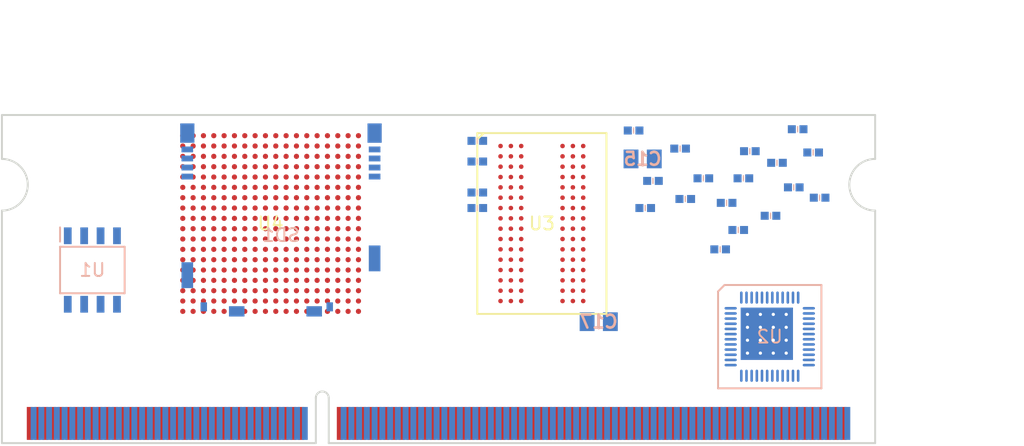
<source format=kicad_pcb>
(kicad_pcb (version 4) (host pcbnew 4.0.1-3.201512221402+6198~38~ubuntu14.04.1-stable)

  (general
    (links 100)
    (no_connects 84)
    (area 108.124999 94.524999 175.875001 120.075001)
    (thickness 1)
    (drawings 14)
    (tracks 0)
    (zones 0)
    (modules 29)
    (nets 7)
  )

  (page A4)
  (layers
    (0 F.Cu signal)
    (31 B.Cu signal)
    (32 B.Adhes user)
    (33 F.Adhes user)
    (34 B.Paste user)
    (35 F.Paste user)
    (36 B.SilkS user)
    (37 F.SilkS user)
    (38 B.Mask user)
    (39 F.Mask user)
    (40 Dwgs.User user)
    (41 Cmts.User user)
    (42 Eco1.User user)
    (43 Eco2.User user)
    (44 Edge.Cuts user)
    (45 Margin user)
    (46 B.CrtYd user)
    (47 F.CrtYd user)
    (48 B.Fab user)
    (49 F.Fab user)
  )

  (setup
    (last_trace_width 0.125)
    (trace_clearance 0.125)
    (zone_clearance 0.508)
    (zone_45_only no)
    (trace_min 0.125)
    (segment_width 0.2)
    (edge_width 0.15)
    (via_size 0.375)
    (via_drill 0.25)
    (via_min_size 0.375)
    (via_min_drill 0.25)
    (uvia_size 0.3)
    (uvia_drill 0.1)
    (uvias_allowed no)
    (uvia_min_size 0.2)
    (uvia_min_drill 0.1)
    (pcb_text_width 0.3)
    (pcb_text_size 1.5 1.5)
    (mod_edge_width 0.15)
    (mod_text_size 1 1)
    (mod_text_width 0.15)
    (pad_size 1.524 1.524)
    (pad_drill 0.762)
    (pad_to_mask_clearance 0.2)
    (aux_axis_origin 0 0)
    (visible_elements 7FFFF79F)
    (pcbplotparams
      (layerselection 0x00030_80000001)
      (usegerberextensions false)
      (excludeedgelayer true)
      (linewidth 0.100000)
      (plotframeref false)
      (viasonmask false)
      (mode 1)
      (useauxorigin false)
      (hpglpennumber 1)
      (hpglpenspeed 20)
      (hpglpendiameter 15)
      (hpglpenoverlay 2)
      (psnegative false)
      (psa4output false)
      (plotreference true)
      (plotvalue true)
      (plotinvisibletext false)
      (padsonsilk false)
      (subtractmaskfromsilk false)
      (outputformat 1)
      (mirror false)
      (drillshape 1)
      (scaleselection 1)
      (outputdirectory ""))
  )

  (net 0 "")
  (net 1 "Net-(U2-Pad49)")
  (net 2 GNDD)
  (net 3 VDDS_DDR)
  (net 4 DDR_VREF)
  (net 5 "Net-(R4-Pad2)")
  (net 6 "/DDR3 Memory/DDR_RESET")

  (net_class Default "This is the default net class."
    (clearance 0.125)
    (trace_width 0.125)
    (via_dia 0.375)
    (via_drill 0.25)
    (uvia_dia 0.3)
    (uvia_drill 0.1)
    (add_net "/DDR3 Memory/DDR_RESET")
    (add_net DDR_VREF)
    (add_net GNDD)
    (add_net "Net-(R4-Pad2)")
    (add_net "Net-(U2-Pad49)")
    (add_net VDDS_DDR)
  )

  (module SMD-DiscreteB:C-0402-1005 (layer B.Cu) (tedit 566315FB) (tstamp 56969E36)
    (at 169.8 95.7)
    (path /5664B2ED/5696B33D)
    (attr smd)
    (fp_text reference C14 (at 0 0) (layer B.SilkS) hide
      (effects (font (size 1 1) (thickness 0.2)) (justify mirror))
    )
    (fp_text value "0µ1 6V3" (at 0 0) (layer B.Fab)
      (effects (font (size 0.7 0.7) (thickness 0.1)) (justify mirror))
    )
    (fp_line (start 0 0.2) (end 0 -0.2) (layer B.SilkS) (width 0.1))
    (fp_line (start -0.95 0.5) (end 0.95 0.5) (layer B.Fab) (width 0.05))
    (fp_line (start 0.95 0.5) (end 0.95 -0.5) (layer B.Fab) (width 0.05))
    (fp_line (start 0.95 -0.5) (end -0.95 -0.5) (layer B.Fab) (width 0.05))
    (fp_line (start -0.95 -0.5) (end -0.95 0.5) (layer B.Fab) (width 0.05))
    (fp_line (start -0.5 0.25) (end 0.5 0.25) (layer Dwgs.User) (width 0.05))
    (fp_line (start 0.5 0.25) (end 0.5 -0.25) (layer Dwgs.User) (width 0.05))
    (fp_line (start 0.5 -0.25) (end -0.5 -0.25) (layer Dwgs.User) (width 0.05))
    (fp_line (start -0.5 -0.25) (end -0.5 0.25) (layer Dwgs.User) (width 0.05))
    (pad 1 smd rect (at -0.45 0) (size 0.62 0.62) (layers B.Cu B.Paste B.Mask)
      (net 3 VDDS_DDR))
    (pad 2 smd rect (at 0.45 0) (size 0.62 0.62) (layers B.Cu B.Paste B.Mask)
      (net 2 GNDD))
    (model Discretes/SMD/Cap/C-0402-1005.wrl
      (at (xyz 0 0 0))
      (scale (xyz 1 1 1))
      (rotate (xyz 0 0 0))
    )
  )

  (module SMD-DiscreteB:R-0402-1005 (layer B.Cu) (tedit 56631605) (tstamp 569696FF)
    (at 165.6 99.5)
    (path /5664B2ED/5696830B)
    (attr smd)
    (fp_text reference R3 (at 0 0) (layer B.SilkS) hide
      (effects (font (size 1 1) (thickness 0.2)) (justify mirror))
    )
    (fp_text value "1k5 1%" (at 0 0) (layer B.Fab)
      (effects (font (size 0.7 0.7) (thickness 0.1)) (justify mirror))
    )
    (fp_line (start 0 0.2) (end 0 -0.2) (layer B.SilkS) (width 0.1))
    (fp_line (start -0.95 0.5) (end 0.95 0.5) (layer B.Fab) (width 0.05))
    (fp_line (start 0.95 0.5) (end 0.95 -0.5) (layer B.Fab) (width 0.05))
    (fp_line (start 0.95 -0.5) (end -0.95 -0.5) (layer B.Fab) (width 0.05))
    (fp_line (start -0.95 -0.5) (end -0.95 0.5) (layer B.Fab) (width 0.05))
    (fp_line (start -0.5 0.25) (end 0.5 0.25) (layer Dwgs.User) (width 0.05))
    (fp_line (start 0.5 0.25) (end 0.5 -0.25) (layer Dwgs.User) (width 0.05))
    (fp_line (start 0.5 -0.25) (end -0.5 -0.25) (layer Dwgs.User) (width 0.05))
    (fp_line (start -0.5 -0.25) (end -0.5 0.25) (layer Dwgs.User) (width 0.05))
    (pad 1 smd rect (at -0.45 0) (size 0.62 0.62) (layers B.Cu B.Paste B.Mask)
      (net 3 VDDS_DDR))
    (pad 2 smd rect (at 0.45 0) (size 0.62 0.62) (layers B.Cu B.Paste B.Mask)
      (net 6 "/DDR3 Memory/DDR_RESET"))
    (model Discretes/SMD/Resistors/r_0402_h040.wrl
      (at (xyz 0 0 0))
      (scale (xyz 1 1 1))
      (rotate (xyz 0 0 0))
    )
  )

  (module SMD-DiscreteB:R-0402-1005 (layer B.Cu) (tedit 56631605) (tstamp 569693E6)
    (at 157.1 95.8)
    (path /5664B2ED/5696AAE0)
    (attr smd)
    (fp_text reference R4 (at 0 0) (layer B.SilkS) hide
      (effects (font (size 1 1) (thickness 0.2)) (justify mirror))
    )
    (fp_text value "240 1%" (at 0 0) (layer B.Fab)
      (effects (font (size 0.7 0.7) (thickness 0.1)) (justify mirror))
    )
    (fp_line (start 0 0.2) (end 0 -0.2) (layer B.SilkS) (width 0.1))
    (fp_line (start -0.95 0.5) (end 0.95 0.5) (layer B.Fab) (width 0.05))
    (fp_line (start 0.95 0.5) (end 0.95 -0.5) (layer B.Fab) (width 0.05))
    (fp_line (start 0.95 -0.5) (end -0.95 -0.5) (layer B.Fab) (width 0.05))
    (fp_line (start -0.95 -0.5) (end -0.95 0.5) (layer B.Fab) (width 0.05))
    (fp_line (start -0.5 0.25) (end 0.5 0.25) (layer Dwgs.User) (width 0.05))
    (fp_line (start 0.5 0.25) (end 0.5 -0.25) (layer Dwgs.User) (width 0.05))
    (fp_line (start 0.5 -0.25) (end -0.5 -0.25) (layer Dwgs.User) (width 0.05))
    (fp_line (start -0.5 -0.25) (end -0.5 0.25) (layer Dwgs.User) (width 0.05))
    (pad 1 smd rect (at -0.45 0) (size 0.62 0.62) (layers B.Cu B.Paste B.Mask)
      (net 2 GNDD))
    (pad 2 smd rect (at 0.45 0) (size 0.62 0.62) (layers B.Cu B.Paste B.Mask)
      (net 5 "Net-(R4-Pad2)"))
    (model Discretes/SMD/Resistors/r_0402_h040.wrl
      (at (xyz 0 0 0))
      (scale (xyz 1 1 1))
      (rotate (xyz 0 0 0))
    )
  )

  (module SMD-DiscreteB:R-0402-1005 (layer B.Cu) (tedit 56631605) (tstamp 569693D7)
    (at 169.5 100.2)
    (path /5664B2ED/569696B4)
    (attr smd)
    (fp_text reference R2 (at 0 0) (layer B.SilkS) hide
      (effects (font (size 1 1) (thickness 0.2)) (justify mirror))
    )
    (fp_text value "10k 1%" (at 0 0) (layer B.Fab)
      (effects (font (size 0.7 0.7) (thickness 0.1)) (justify mirror))
    )
    (fp_line (start 0 0.2) (end 0 -0.2) (layer B.SilkS) (width 0.1))
    (fp_line (start -0.95 0.5) (end 0.95 0.5) (layer B.Fab) (width 0.05))
    (fp_line (start 0.95 0.5) (end 0.95 -0.5) (layer B.Fab) (width 0.05))
    (fp_line (start 0.95 -0.5) (end -0.95 -0.5) (layer B.Fab) (width 0.05))
    (fp_line (start -0.95 -0.5) (end -0.95 0.5) (layer B.Fab) (width 0.05))
    (fp_line (start -0.5 0.25) (end 0.5 0.25) (layer Dwgs.User) (width 0.05))
    (fp_line (start 0.5 0.25) (end 0.5 -0.25) (layer Dwgs.User) (width 0.05))
    (fp_line (start 0.5 -0.25) (end -0.5 -0.25) (layer Dwgs.User) (width 0.05))
    (fp_line (start -0.5 -0.25) (end -0.5 0.25) (layer Dwgs.User) (width 0.05))
    (pad 1 smd rect (at -0.45 0) (size 0.62 0.62) (layers B.Cu B.Paste B.Mask)
      (net 4 DDR_VREF))
    (pad 2 smd rect (at 0.45 0) (size 0.62 0.62) (layers B.Cu B.Paste B.Mask)
      (net 2 GNDD))
    (model Discretes/SMD/Resistors/r_0402_h040.wrl
      (at (xyz 0 0 0))
      (scale (xyz 1 1 1))
      (rotate (xyz 0 0 0))
    )
  )

  (module SMD-DiscreteB:R-0402-1005 (layer B.Cu) (tedit 56631605) (tstamp 569693C8)
    (at 158 101.8)
    (path /5664B2ED/5696973A)
    (attr smd)
    (fp_text reference R1 (at 0 0) (layer B.SilkS) hide
      (effects (font (size 1 1) (thickness 0.2)) (justify mirror))
    )
    (fp_text value "10k 1%" (at 0 0) (layer B.Fab)
      (effects (font (size 0.7 0.7) (thickness 0.1)) (justify mirror))
    )
    (fp_line (start 0 0.2) (end 0 -0.2) (layer B.SilkS) (width 0.1))
    (fp_line (start -0.95 0.5) (end 0.95 0.5) (layer B.Fab) (width 0.05))
    (fp_line (start 0.95 0.5) (end 0.95 -0.5) (layer B.Fab) (width 0.05))
    (fp_line (start 0.95 -0.5) (end -0.95 -0.5) (layer B.Fab) (width 0.05))
    (fp_line (start -0.95 -0.5) (end -0.95 0.5) (layer B.Fab) (width 0.05))
    (fp_line (start -0.5 0.25) (end 0.5 0.25) (layer Dwgs.User) (width 0.05))
    (fp_line (start 0.5 0.25) (end 0.5 -0.25) (layer Dwgs.User) (width 0.05))
    (fp_line (start 0.5 -0.25) (end -0.5 -0.25) (layer Dwgs.User) (width 0.05))
    (fp_line (start -0.5 -0.25) (end -0.5 0.25) (layer Dwgs.User) (width 0.05))
    (pad 1 smd rect (at -0.45 0) (size 0.62 0.62) (layers B.Cu B.Paste B.Mask)
      (net 4 DDR_VREF))
    (pad 2 smd rect (at 0.45 0) (size 0.62 0.62) (layers B.Cu B.Paste B.Mask)
      (net 3 VDDS_DDR))
    (model Discretes/SMD/Resistors/r_0402_h040.wrl
      (at (xyz 0 0 0))
      (scale (xyz 1 1 1))
      (rotate (xyz 0 0 0))
    )
  )

  (module SMD-DiscreteB:C-0402-1005 (layer B.Cu) (tedit 566315FB) (tstamp 569693B9)
    (at 171.5 101)
    (path /5664B2ED/5696B349)
    (attr smd)
    (fp_text reference C18 (at 0 0) (layer B.SilkS) hide
      (effects (font (size 1 1) (thickness 0.2)) (justify mirror))
    )
    (fp_text value "0µ1 6V3" (at 0 0) (layer B.Fab)
      (effects (font (size 0.7 0.7) (thickness 0.1)) (justify mirror))
    )
    (fp_line (start 0 0.2) (end 0 -0.2) (layer B.SilkS) (width 0.1))
    (fp_line (start -0.95 0.5) (end 0.95 0.5) (layer B.Fab) (width 0.05))
    (fp_line (start 0.95 0.5) (end 0.95 -0.5) (layer B.Fab) (width 0.05))
    (fp_line (start 0.95 -0.5) (end -0.95 -0.5) (layer B.Fab) (width 0.05))
    (fp_line (start -0.95 -0.5) (end -0.95 0.5) (layer B.Fab) (width 0.05))
    (fp_line (start -0.5 0.25) (end 0.5 0.25) (layer Dwgs.User) (width 0.05))
    (fp_line (start 0.5 0.25) (end 0.5 -0.25) (layer Dwgs.User) (width 0.05))
    (fp_line (start 0.5 -0.25) (end -0.5 -0.25) (layer Dwgs.User) (width 0.05))
    (fp_line (start -0.5 -0.25) (end -0.5 0.25) (layer Dwgs.User) (width 0.05))
    (pad 1 smd rect (at -0.45 0) (size 0.62 0.62) (layers B.Cu B.Paste B.Mask)
      (net 3 VDDS_DDR))
    (pad 2 smd rect (at 0.45 0) (size 0.62 0.62) (layers B.Cu B.Paste B.Mask)
      (net 2 GNDD))
    (model Discretes/SMD/Cap/C-0402-1005.wrl
      (at (xyz 0 0 0))
      (scale (xyz 1 1 1))
      (rotate (xyz 0 0 0))
    )
  )

  (module SMD-DiscreteB:C-0805-2012 (layer B.Cu) (tedit 0) (tstamp 569693AA)
    (at 154.4 110.6 180)
    (path /5664B2ED/5696D5F1)
    (attr smd)
    (fp_text reference C17 (at 0 0 180) (layer B.SilkS)
      (effects (font (size 1 1) (thickness 0.2)) (justify mirror))
    )
    (fp_text value "10µ 10V" (at 0 0 180) (layer B.SilkS) hide
      (effects (font (size 1 1) (thickness 0.2)) (justify mirror))
    )
    (fp_line (start 0 0.5) (end 0 -0.5) (layer B.SilkS) (width 0.2))
    (fp_line (start -1 0.6) (end 1 0.6) (layer Dwgs.User) (width 0.05))
    (fp_line (start 1 0.6) (end 1 -0.6) (layer Dwgs.User) (width 0.05))
    (fp_line (start 1 -0.6) (end -1 -0.6) (layer Dwgs.User) (width 0.05))
    (fp_line (start -1 -0.6) (end -1 0.6) (layer Dwgs.User) (width 0.05))
    (fp_line (start 1.75 1) (end 1.75 -1) (layer Dwgs.User) (width 0.05))
    (fp_line (start 1.75 -1) (end -1.75 -1) (layer Dwgs.User) (width 0.05))
    (fp_line (start -1.75 -1) (end -1.75 1) (layer Dwgs.User) (width 0.05))
    (fp_line (start -1.75 1) (end 1.75 1) (layer Dwgs.User) (width 0.05))
    (pad 1 smd rect (at -0.9 0 180) (size 1.15 1.45) (layers B.Cu B.Paste B.Mask)
      (net 3 VDDS_DDR))
    (pad 2 smd rect (at 0.9 0 180) (size 1.15 1.45) (layers B.Cu B.Paste B.Mask)
      (net 2 GNDD))
    (model rb-pretty/SMD-Discrete/C-0805.wrl
      (at (xyz 0 0 0))
      (scale (xyz 0.254 0.254 0.254))
      (rotate (xyz 0 0 0))
    )
  )

  (module SMD-DiscreteB:C-0402-1005 (layer B.Cu) (tedit 566315FB) (tstamp 5696939B)
    (at 161.1 101.1)
    (path /5664B2ED/5696B343)
    (attr smd)
    (fp_text reference C16 (at 0 0) (layer B.SilkS) hide
      (effects (font (size 1 1) (thickness 0.2)) (justify mirror))
    )
    (fp_text value "0µ1 6V3" (at 0 0) (layer B.Fab)
      (effects (font (size 0.7 0.7) (thickness 0.1)) (justify mirror))
    )
    (fp_line (start 0 0.2) (end 0 -0.2) (layer B.SilkS) (width 0.1))
    (fp_line (start -0.95 0.5) (end 0.95 0.5) (layer B.Fab) (width 0.05))
    (fp_line (start 0.95 0.5) (end 0.95 -0.5) (layer B.Fab) (width 0.05))
    (fp_line (start 0.95 -0.5) (end -0.95 -0.5) (layer B.Fab) (width 0.05))
    (fp_line (start -0.95 -0.5) (end -0.95 0.5) (layer B.Fab) (width 0.05))
    (fp_line (start -0.5 0.25) (end 0.5 0.25) (layer Dwgs.User) (width 0.05))
    (fp_line (start 0.5 0.25) (end 0.5 -0.25) (layer Dwgs.User) (width 0.05))
    (fp_line (start 0.5 -0.25) (end -0.5 -0.25) (layer Dwgs.User) (width 0.05))
    (fp_line (start -0.5 -0.25) (end -0.5 0.25) (layer Dwgs.User) (width 0.05))
    (pad 1 smd rect (at -0.45 0) (size 0.62 0.62) (layers B.Cu B.Paste B.Mask)
      (net 3 VDDS_DDR))
    (pad 2 smd rect (at 0.45 0) (size 0.62 0.62) (layers B.Cu B.Paste B.Mask)
      (net 2 GNDD))
    (model Discretes/SMD/Cap/C-0402-1005.wrl
      (at (xyz 0 0 0))
      (scale (xyz 1 1 1))
      (rotate (xyz 0 0 0))
    )
  )

  (module SMD-DiscreteB:C-0805-2012 (layer B.Cu) (tedit 0) (tstamp 5696938C)
    (at 157.8 98)
    (path /5664B2ED/5696D57E)
    (attr smd)
    (fp_text reference C15 (at 0 0) (layer B.SilkS)
      (effects (font (size 1 1) (thickness 0.2)) (justify mirror))
    )
    (fp_text value "10µ 10V" (at 0 0) (layer B.SilkS) hide
      (effects (font (size 1 1) (thickness 0.2)) (justify mirror))
    )
    (fp_line (start 0 0.5) (end 0 -0.5) (layer B.SilkS) (width 0.2))
    (fp_line (start -1 0.6) (end 1 0.6) (layer Dwgs.User) (width 0.05))
    (fp_line (start 1 0.6) (end 1 -0.6) (layer Dwgs.User) (width 0.05))
    (fp_line (start 1 -0.6) (end -1 -0.6) (layer Dwgs.User) (width 0.05))
    (fp_line (start -1 -0.6) (end -1 0.6) (layer Dwgs.User) (width 0.05))
    (fp_line (start 1.75 1) (end 1.75 -1) (layer Dwgs.User) (width 0.05))
    (fp_line (start 1.75 -1) (end -1.75 -1) (layer Dwgs.User) (width 0.05))
    (fp_line (start -1.75 -1) (end -1.75 1) (layer Dwgs.User) (width 0.05))
    (fp_line (start -1.75 1) (end 1.75 1) (layer Dwgs.User) (width 0.05))
    (pad 1 smd rect (at -0.9 0) (size 1.15 1.45) (layers B.Cu B.Paste B.Mask)
      (net 3 VDDS_DDR))
    (pad 2 smd rect (at 0.9 0) (size 1.15 1.45) (layers B.Cu B.Paste B.Mask)
      (net 2 GNDD))
    (model rb-pretty/SMD-Discrete/C-0805.wrl
      (at (xyz 0 0 0))
      (scale (xyz 0.254 0.254 0.254))
      (rotate (xyz 0 0 0))
    )
  )

  (module SMD-DiscreteB:C-0402-1005 (layer B.Cu) (tedit 566315FB) (tstamp 5696937D)
    (at 158.6 99.7)
    (path /5664B2ED/5696B33D)
    (attr smd)
    (fp_text reference C14 (at 0 0) (layer B.SilkS) hide
      (effects (font (size 1 1) (thickness 0.2)) (justify mirror))
    )
    (fp_text value "0µ1 6V3" (at 0 0) (layer B.Fab)
      (effects (font (size 0.7 0.7) (thickness 0.1)) (justify mirror))
    )
    (fp_line (start 0 0.2) (end 0 -0.2) (layer B.SilkS) (width 0.1))
    (fp_line (start -0.95 0.5) (end 0.95 0.5) (layer B.Fab) (width 0.05))
    (fp_line (start 0.95 0.5) (end 0.95 -0.5) (layer B.Fab) (width 0.05))
    (fp_line (start 0.95 -0.5) (end -0.95 -0.5) (layer B.Fab) (width 0.05))
    (fp_line (start -0.95 -0.5) (end -0.95 0.5) (layer B.Fab) (width 0.05))
    (fp_line (start -0.5 0.25) (end 0.5 0.25) (layer Dwgs.User) (width 0.05))
    (fp_line (start 0.5 0.25) (end 0.5 -0.25) (layer Dwgs.User) (width 0.05))
    (fp_line (start 0.5 -0.25) (end -0.5 -0.25) (layer Dwgs.User) (width 0.05))
    (fp_line (start -0.5 -0.25) (end -0.5 0.25) (layer Dwgs.User) (width 0.05))
    (pad 1 smd rect (at -0.45 0) (size 0.62 0.62) (layers B.Cu B.Paste B.Mask)
      (net 3 VDDS_DDR))
    (pad 2 smd rect (at 0.45 0) (size 0.62 0.62) (layers B.Cu B.Paste B.Mask)
      (net 2 GNDD))
    (model Discretes/SMD/Cap/C-0402-1005.wrl
      (at (xyz 0 0 0))
      (scale (xyz 1 1 1))
      (rotate (xyz 0 0 0))
    )
  )

  (module SMD-DiscreteB:C-0402-1005 (layer B.Cu) (tedit 566315FB) (tstamp 5696935F)
    (at 160.7 97.2)
    (path /5664B2ED/5696B155)
    (attr smd)
    (fp_text reference C13 (at 0 0) (layer B.SilkS) hide
      (effects (font (size 1 1) (thickness 0.2)) (justify mirror))
    )
    (fp_text value "0µ1 6V3" (at 0 0) (layer B.Fab)
      (effects (font (size 0.7 0.7) (thickness 0.1)) (justify mirror))
    )
    (fp_line (start 0 0.2) (end 0 -0.2) (layer B.SilkS) (width 0.1))
    (fp_line (start -0.95 0.5) (end 0.95 0.5) (layer B.Fab) (width 0.05))
    (fp_line (start 0.95 0.5) (end 0.95 -0.5) (layer B.Fab) (width 0.05))
    (fp_line (start 0.95 -0.5) (end -0.95 -0.5) (layer B.Fab) (width 0.05))
    (fp_line (start -0.95 -0.5) (end -0.95 0.5) (layer B.Fab) (width 0.05))
    (fp_line (start -0.5 0.25) (end 0.5 0.25) (layer Dwgs.User) (width 0.05))
    (fp_line (start 0.5 0.25) (end 0.5 -0.25) (layer Dwgs.User) (width 0.05))
    (fp_line (start 0.5 -0.25) (end -0.5 -0.25) (layer Dwgs.User) (width 0.05))
    (fp_line (start -0.5 -0.25) (end -0.5 0.25) (layer Dwgs.User) (width 0.05))
    (pad 1 smd rect (at -0.45 0) (size 0.62 0.62) (layers B.Cu B.Paste B.Mask)
      (net 3 VDDS_DDR))
    (pad 2 smd rect (at 0.45 0) (size 0.62 0.62) (layers B.Cu B.Paste B.Mask)
      (net 2 GNDD))
    (model Discretes/SMD/Cap/C-0402-1005.wrl
      (at (xyz 0 0 0))
      (scale (xyz 1 1 1))
      (rotate (xyz 0 0 0))
    )
  )

  (module SMD-DiscreteB:C-0402-1005 (layer B.Cu) (tedit 566315FB) (tstamp 56969350)
    (at 168.2 98.3)
    (path /5664B2ED/5696B14F)
    (attr smd)
    (fp_text reference C12 (at 0 0) (layer B.SilkS) hide
      (effects (font (size 1 1) (thickness 0.2)) (justify mirror))
    )
    (fp_text value "0µ1 6V3" (at 0 0) (layer B.Fab)
      (effects (font (size 0.7 0.7) (thickness 0.1)) (justify mirror))
    )
    (fp_line (start 0 0.2) (end 0 -0.2) (layer B.SilkS) (width 0.1))
    (fp_line (start -0.95 0.5) (end 0.95 0.5) (layer B.Fab) (width 0.05))
    (fp_line (start 0.95 0.5) (end 0.95 -0.5) (layer B.Fab) (width 0.05))
    (fp_line (start 0.95 -0.5) (end -0.95 -0.5) (layer B.Fab) (width 0.05))
    (fp_line (start -0.95 -0.5) (end -0.95 0.5) (layer B.Fab) (width 0.05))
    (fp_line (start -0.5 0.25) (end 0.5 0.25) (layer Dwgs.User) (width 0.05))
    (fp_line (start 0.5 0.25) (end 0.5 -0.25) (layer Dwgs.User) (width 0.05))
    (fp_line (start 0.5 -0.25) (end -0.5 -0.25) (layer Dwgs.User) (width 0.05))
    (fp_line (start -0.5 -0.25) (end -0.5 0.25) (layer Dwgs.User) (width 0.05))
    (pad 1 smd rect (at -0.45 0) (size 0.62 0.62) (layers B.Cu B.Paste B.Mask)
      (net 3 VDDS_DDR))
    (pad 2 smd rect (at 0.45 0) (size 0.62 0.62) (layers B.Cu B.Paste B.Mask)
      (net 2 GNDD))
    (model Discretes/SMD/Cap/C-0402-1005.wrl
      (at (xyz 0 0 0))
      (scale (xyz 1 1 1))
      (rotate (xyz 0 0 0))
    )
  )

  (module SMD-DiscreteB:C-0402-1005 (layer B.Cu) (tedit 566315FB) (tstamp 56969341)
    (at 162.5 99.5)
    (path /5664B2ED/5696B149)
    (attr smd)
    (fp_text reference C11 (at 0 0) (layer B.SilkS) hide
      (effects (font (size 1 1) (thickness 0.2)) (justify mirror))
    )
    (fp_text value "0µ1 6V3" (at 0 0) (layer B.Fab)
      (effects (font (size 0.7 0.7) (thickness 0.1)) (justify mirror))
    )
    (fp_line (start 0 0.2) (end 0 -0.2) (layer B.SilkS) (width 0.1))
    (fp_line (start -0.95 0.5) (end 0.95 0.5) (layer B.Fab) (width 0.05))
    (fp_line (start 0.95 0.5) (end 0.95 -0.5) (layer B.Fab) (width 0.05))
    (fp_line (start 0.95 -0.5) (end -0.95 -0.5) (layer B.Fab) (width 0.05))
    (fp_line (start -0.95 -0.5) (end -0.95 0.5) (layer B.Fab) (width 0.05))
    (fp_line (start -0.5 0.25) (end 0.5 0.25) (layer Dwgs.User) (width 0.05))
    (fp_line (start 0.5 0.25) (end 0.5 -0.25) (layer Dwgs.User) (width 0.05))
    (fp_line (start 0.5 -0.25) (end -0.5 -0.25) (layer Dwgs.User) (width 0.05))
    (fp_line (start -0.5 -0.25) (end -0.5 0.25) (layer Dwgs.User) (width 0.05))
    (pad 1 smd rect (at -0.45 0) (size 0.62 0.62) (layers B.Cu B.Paste B.Mask)
      (net 3 VDDS_DDR))
    (pad 2 smd rect (at 0.45 0) (size 0.62 0.62) (layers B.Cu B.Paste B.Mask)
      (net 2 GNDD))
    (model Discretes/SMD/Cap/C-0402-1005.wrl
      (at (xyz 0 0 0))
      (scale (xyz 1 1 1))
      (rotate (xyz 0 0 0))
    )
  )

  (module SMD-DiscreteB:C-0402-1005 (layer B.Cu) (tedit 566315FB) (tstamp 56969332)
    (at 167.7 102.4)
    (path /5664B2ED/5696AFE5)
    (attr smd)
    (fp_text reference C10 (at 0 0) (layer B.SilkS) hide
      (effects (font (size 1 1) (thickness 0.2)) (justify mirror))
    )
    (fp_text value "0µ1 6V3" (at 0 0) (layer B.Fab)
      (effects (font (size 0.7 0.7) (thickness 0.1)) (justify mirror))
    )
    (fp_line (start 0 0.2) (end 0 -0.2) (layer B.SilkS) (width 0.1))
    (fp_line (start -0.95 0.5) (end 0.95 0.5) (layer B.Fab) (width 0.05))
    (fp_line (start 0.95 0.5) (end 0.95 -0.5) (layer B.Fab) (width 0.05))
    (fp_line (start 0.95 -0.5) (end -0.95 -0.5) (layer B.Fab) (width 0.05))
    (fp_line (start -0.95 -0.5) (end -0.95 0.5) (layer B.Fab) (width 0.05))
    (fp_line (start -0.5 0.25) (end 0.5 0.25) (layer Dwgs.User) (width 0.05))
    (fp_line (start 0.5 0.25) (end 0.5 -0.25) (layer Dwgs.User) (width 0.05))
    (fp_line (start 0.5 -0.25) (end -0.5 -0.25) (layer Dwgs.User) (width 0.05))
    (fp_line (start -0.5 -0.25) (end -0.5 0.25) (layer Dwgs.User) (width 0.05))
    (pad 1 smd rect (at -0.45 0) (size 0.62 0.62) (layers B.Cu B.Paste B.Mask)
      (net 3 VDDS_DDR))
    (pad 2 smd rect (at 0.45 0) (size 0.62 0.62) (layers B.Cu B.Paste B.Mask)
      (net 2 GNDD))
    (model Discretes/SMD/Cap/C-0402-1005.wrl
      (at (xyz 0 0 0))
      (scale (xyz 1 1 1))
      (rotate (xyz 0 0 0))
    )
  )

  (module SMD-DiscreteB:C-0402-1005 (layer B.Cu) (tedit 566315FB) (tstamp 56969323)
    (at 164.3 101.4)
    (path /5664B2ED/5696AFDF)
    (attr smd)
    (fp_text reference C9 (at 0 0) (layer B.SilkS) hide
      (effects (font (size 1 1) (thickness 0.2)) (justify mirror))
    )
    (fp_text value "0µ1 6V3" (at 0 0) (layer B.Fab)
      (effects (font (size 0.7 0.7) (thickness 0.1)) (justify mirror))
    )
    (fp_line (start 0 0.2) (end 0 -0.2) (layer B.SilkS) (width 0.1))
    (fp_line (start -0.95 0.5) (end 0.95 0.5) (layer B.Fab) (width 0.05))
    (fp_line (start 0.95 0.5) (end 0.95 -0.5) (layer B.Fab) (width 0.05))
    (fp_line (start 0.95 -0.5) (end -0.95 -0.5) (layer B.Fab) (width 0.05))
    (fp_line (start -0.95 -0.5) (end -0.95 0.5) (layer B.Fab) (width 0.05))
    (fp_line (start -0.5 0.25) (end 0.5 0.25) (layer Dwgs.User) (width 0.05))
    (fp_line (start 0.5 0.25) (end 0.5 -0.25) (layer Dwgs.User) (width 0.05))
    (fp_line (start 0.5 -0.25) (end -0.5 -0.25) (layer Dwgs.User) (width 0.05))
    (fp_line (start -0.5 -0.25) (end -0.5 0.25) (layer Dwgs.User) (width 0.05))
    (pad 1 smd rect (at -0.45 0) (size 0.62 0.62) (layers B.Cu B.Paste B.Mask)
      (net 3 VDDS_DDR))
    (pad 2 smd rect (at 0.45 0) (size 0.62 0.62) (layers B.Cu B.Paste B.Mask)
      (net 2 GNDD))
    (model Discretes/SMD/Cap/C-0402-1005.wrl
      (at (xyz 0 0 0))
      (scale (xyz 1 1 1))
      (rotate (xyz 0 0 0))
    )
  )

  (module SMD-DiscreteB:C-0402-1005 (layer B.Cu) (tedit 566315FB) (tstamp 56969314)
    (at 165.2 103.5)
    (path /5664B2ED/5696AFD9)
    (attr smd)
    (fp_text reference C8 (at 0 0) (layer B.SilkS) hide
      (effects (font (size 1 1) (thickness 0.2)) (justify mirror))
    )
    (fp_text value "0µ1 6V3" (at 0 0) (layer B.Fab)
      (effects (font (size 0.7 0.7) (thickness 0.1)) (justify mirror))
    )
    (fp_line (start 0 0.2) (end 0 -0.2) (layer B.SilkS) (width 0.1))
    (fp_line (start -0.95 0.5) (end 0.95 0.5) (layer B.Fab) (width 0.05))
    (fp_line (start 0.95 0.5) (end 0.95 -0.5) (layer B.Fab) (width 0.05))
    (fp_line (start 0.95 -0.5) (end -0.95 -0.5) (layer B.Fab) (width 0.05))
    (fp_line (start -0.95 -0.5) (end -0.95 0.5) (layer B.Fab) (width 0.05))
    (fp_line (start -0.5 0.25) (end 0.5 0.25) (layer Dwgs.User) (width 0.05))
    (fp_line (start 0.5 0.25) (end 0.5 -0.25) (layer Dwgs.User) (width 0.05))
    (fp_line (start 0.5 -0.25) (end -0.5 -0.25) (layer Dwgs.User) (width 0.05))
    (fp_line (start -0.5 -0.25) (end -0.5 0.25) (layer Dwgs.User) (width 0.05))
    (pad 1 smd rect (at -0.45 0) (size 0.62 0.62) (layers B.Cu B.Paste B.Mask)
      (net 3 VDDS_DDR))
    (pad 2 smd rect (at 0.45 0) (size 0.62 0.62) (layers B.Cu B.Paste B.Mask)
      (net 2 GNDD))
    (model Discretes/SMD/Cap/C-0402-1005.wrl
      (at (xyz 0 0 0))
      (scale (xyz 1 1 1))
      (rotate (xyz 0 0 0))
    )
  )

  (module SMD-DiscreteB:C-0402-1005 (layer B.Cu) (tedit 566315FB) (tstamp 56969305)
    (at 163.8 105)
    (path /5664B2ED/5696AFD3)
    (attr smd)
    (fp_text reference C7 (at 0 0) (layer B.SilkS) hide
      (effects (font (size 1 1) (thickness 0.2)) (justify mirror))
    )
    (fp_text value "0µ1 6V3" (at 0 0) (layer B.Fab)
      (effects (font (size 0.7 0.7) (thickness 0.1)) (justify mirror))
    )
    (fp_line (start 0 0.2) (end 0 -0.2) (layer B.SilkS) (width 0.1))
    (fp_line (start -0.95 0.5) (end 0.95 0.5) (layer B.Fab) (width 0.05))
    (fp_line (start 0.95 0.5) (end 0.95 -0.5) (layer B.Fab) (width 0.05))
    (fp_line (start 0.95 -0.5) (end -0.95 -0.5) (layer B.Fab) (width 0.05))
    (fp_line (start -0.95 -0.5) (end -0.95 0.5) (layer B.Fab) (width 0.05))
    (fp_line (start -0.5 0.25) (end 0.5 0.25) (layer Dwgs.User) (width 0.05))
    (fp_line (start 0.5 0.25) (end 0.5 -0.25) (layer Dwgs.User) (width 0.05))
    (fp_line (start 0.5 -0.25) (end -0.5 -0.25) (layer Dwgs.User) (width 0.05))
    (fp_line (start -0.5 -0.25) (end -0.5 0.25) (layer Dwgs.User) (width 0.05))
    (pad 1 smd rect (at -0.45 0) (size 0.62 0.62) (layers B.Cu B.Paste B.Mask)
      (net 3 VDDS_DDR))
    (pad 2 smd rect (at 0.45 0) (size 0.62 0.62) (layers B.Cu B.Paste B.Mask)
      (net 2 GNDD))
    (model Discretes/SMD/Cap/C-0402-1005.wrl
      (at (xyz 0 0 0))
      (scale (xyz 1 1 1))
      (rotate (xyz 0 0 0))
    )
  )

  (module SMD-DiscreteB:C-0402-1005 (layer B.Cu) (tedit 566315FB) (tstamp 569692F6)
    (at 145 101.8 180)
    (path /5664B2ED/5696AE6B)
    (attr smd)
    (fp_text reference C6 (at 0 0 180) (layer B.SilkS) hide
      (effects (font (size 1 1) (thickness 0.2)) (justify mirror))
    )
    (fp_text value "0µ1 6V3" (at 0 0 180) (layer B.Fab)
      (effects (font (size 0.7 0.7) (thickness 0.1)) (justify mirror))
    )
    (fp_line (start 0 0.2) (end 0 -0.2) (layer B.SilkS) (width 0.1))
    (fp_line (start -0.95 0.5) (end 0.95 0.5) (layer B.Fab) (width 0.05))
    (fp_line (start 0.95 0.5) (end 0.95 -0.5) (layer B.Fab) (width 0.05))
    (fp_line (start 0.95 -0.5) (end -0.95 -0.5) (layer B.Fab) (width 0.05))
    (fp_line (start -0.95 -0.5) (end -0.95 0.5) (layer B.Fab) (width 0.05))
    (fp_line (start -0.5 0.25) (end 0.5 0.25) (layer Dwgs.User) (width 0.05))
    (fp_line (start 0.5 0.25) (end 0.5 -0.25) (layer Dwgs.User) (width 0.05))
    (fp_line (start 0.5 -0.25) (end -0.5 -0.25) (layer Dwgs.User) (width 0.05))
    (fp_line (start -0.5 -0.25) (end -0.5 0.25) (layer Dwgs.User) (width 0.05))
    (pad 1 smd rect (at -0.45 0 180) (size 0.62 0.62) (layers B.Cu B.Paste B.Mask)
      (net 3 VDDS_DDR))
    (pad 2 smd rect (at 0.45 0 180) (size 0.62 0.62) (layers B.Cu B.Paste B.Mask)
      (net 2 GNDD))
    (model Discretes/SMD/Cap/C-0402-1005.wrl
      (at (xyz 0 0 0))
      (scale (xyz 1 1 1))
      (rotate (xyz 0 0 0))
    )
  )

  (module SMD-DiscreteB:C-0402-1005 (layer B.Cu) (tedit 566315FB) (tstamp 569692E7)
    (at 145 100.6 180)
    (path /5664B2ED/5696AE65)
    (attr smd)
    (fp_text reference C5 (at 0 0 180) (layer B.SilkS) hide
      (effects (font (size 1 1) (thickness 0.2)) (justify mirror))
    )
    (fp_text value "0µ1 6V3" (at 0 0 180) (layer B.Fab)
      (effects (font (size 0.7 0.7) (thickness 0.1)) (justify mirror))
    )
    (fp_line (start 0 0.2) (end 0 -0.2) (layer B.SilkS) (width 0.1))
    (fp_line (start -0.95 0.5) (end 0.95 0.5) (layer B.Fab) (width 0.05))
    (fp_line (start 0.95 0.5) (end 0.95 -0.5) (layer B.Fab) (width 0.05))
    (fp_line (start 0.95 -0.5) (end -0.95 -0.5) (layer B.Fab) (width 0.05))
    (fp_line (start -0.95 -0.5) (end -0.95 0.5) (layer B.Fab) (width 0.05))
    (fp_line (start -0.5 0.25) (end 0.5 0.25) (layer Dwgs.User) (width 0.05))
    (fp_line (start 0.5 0.25) (end 0.5 -0.25) (layer Dwgs.User) (width 0.05))
    (fp_line (start 0.5 -0.25) (end -0.5 -0.25) (layer Dwgs.User) (width 0.05))
    (fp_line (start -0.5 -0.25) (end -0.5 0.25) (layer Dwgs.User) (width 0.05))
    (pad 1 smd rect (at -0.45 0 180) (size 0.62 0.62) (layers B.Cu B.Paste B.Mask)
      (net 3 VDDS_DDR))
    (pad 2 smd rect (at 0.45 0 180) (size 0.62 0.62) (layers B.Cu B.Paste B.Mask)
      (net 2 GNDD))
    (model Discretes/SMD/Cap/C-0402-1005.wrl
      (at (xyz 0 0 0))
      (scale (xyz 1 1 1))
      (rotate (xyz 0 0 0))
    )
  )

  (module SMD-DiscreteB:C-0402-1005 (layer B.Cu) (tedit 566315FB) (tstamp 569692D8)
    (at 145 98.2 180)
    (path /5664B2ED/5696ADD5)
    (attr smd)
    (fp_text reference C4 (at 0 0 180) (layer B.SilkS) hide
      (effects (font (size 1 1) (thickness 0.2)) (justify mirror))
    )
    (fp_text value "0µ1 6V3" (at 0 0 180) (layer B.Fab)
      (effects (font (size 0.7 0.7) (thickness 0.1)) (justify mirror))
    )
    (fp_line (start 0 0.2) (end 0 -0.2) (layer B.SilkS) (width 0.1))
    (fp_line (start -0.95 0.5) (end 0.95 0.5) (layer B.Fab) (width 0.05))
    (fp_line (start 0.95 0.5) (end 0.95 -0.5) (layer B.Fab) (width 0.05))
    (fp_line (start 0.95 -0.5) (end -0.95 -0.5) (layer B.Fab) (width 0.05))
    (fp_line (start -0.95 -0.5) (end -0.95 0.5) (layer B.Fab) (width 0.05))
    (fp_line (start -0.5 0.25) (end 0.5 0.25) (layer Dwgs.User) (width 0.05))
    (fp_line (start 0.5 0.25) (end 0.5 -0.25) (layer Dwgs.User) (width 0.05))
    (fp_line (start 0.5 -0.25) (end -0.5 -0.25) (layer Dwgs.User) (width 0.05))
    (fp_line (start -0.5 -0.25) (end -0.5 0.25) (layer Dwgs.User) (width 0.05))
    (pad 1 smd rect (at -0.45 0 180) (size 0.62 0.62) (layers B.Cu B.Paste B.Mask)
      (net 3 VDDS_DDR))
    (pad 2 smd rect (at 0.45 0 180) (size 0.62 0.62) (layers B.Cu B.Paste B.Mask)
      (net 2 GNDD))
    (model Discretes/SMD/Cap/C-0402-1005.wrl
      (at (xyz 0 0 0))
      (scale (xyz 1 1 1))
      (rotate (xyz 0 0 0))
    )
  )

  (module SMD-DiscreteB:C-0402-1005 (layer B.Cu) (tedit 566315FB) (tstamp 569692C9)
    (at 145 96.6 180)
    (path /5664B2ED/5696AC02)
    (attr smd)
    (fp_text reference C3 (at 0 0 180) (layer B.SilkS) hide
      (effects (font (size 1 1) (thickness 0.2)) (justify mirror))
    )
    (fp_text value "0µ1 6V3" (at 0 0 180) (layer B.Fab)
      (effects (font (size 0.7 0.7) (thickness 0.1)) (justify mirror))
    )
    (fp_line (start 0 0.2) (end 0 -0.2) (layer B.SilkS) (width 0.1))
    (fp_line (start -0.95 0.5) (end 0.95 0.5) (layer B.Fab) (width 0.05))
    (fp_line (start 0.95 0.5) (end 0.95 -0.5) (layer B.Fab) (width 0.05))
    (fp_line (start 0.95 -0.5) (end -0.95 -0.5) (layer B.Fab) (width 0.05))
    (fp_line (start -0.95 -0.5) (end -0.95 0.5) (layer B.Fab) (width 0.05))
    (fp_line (start -0.5 0.25) (end 0.5 0.25) (layer Dwgs.User) (width 0.05))
    (fp_line (start 0.5 0.25) (end 0.5 -0.25) (layer Dwgs.User) (width 0.05))
    (fp_line (start 0.5 -0.25) (end -0.5 -0.25) (layer Dwgs.User) (width 0.05))
    (fp_line (start -0.5 -0.25) (end -0.5 0.25) (layer Dwgs.User) (width 0.05))
    (pad 1 smd rect (at -0.45 0 180) (size 0.62 0.62) (layers B.Cu B.Paste B.Mask)
      (net 3 VDDS_DDR))
    (pad 2 smd rect (at 0.45 0 180) (size 0.62 0.62) (layers B.Cu B.Paste B.Mask)
      (net 2 GNDD))
    (model Discretes/SMD/Cap/C-0402-1005.wrl
      (at (xyz 0 0 0))
      (scale (xyz 1 1 1))
      (rotate (xyz 0 0 0))
    )
  )

  (module SMD-DiscreteB:C-0402-1005 (layer B.Cu) (tedit 566315FB) (tstamp 569692BA)
    (at 171 97.5)
    (path /5664B2ED/5696955F)
    (attr smd)
    (fp_text reference C2 (at 0 0) (layer B.SilkS) hide
      (effects (font (size 1 1) (thickness 0.2)) (justify mirror))
    )
    (fp_text value "0µ1 6V3" (at 0 0) (layer B.Fab)
      (effects (font (size 0.7 0.7) (thickness 0.1)) (justify mirror))
    )
    (fp_line (start 0 0.2) (end 0 -0.2) (layer B.SilkS) (width 0.1))
    (fp_line (start -0.95 0.5) (end 0.95 0.5) (layer B.Fab) (width 0.05))
    (fp_line (start 0.95 0.5) (end 0.95 -0.5) (layer B.Fab) (width 0.05))
    (fp_line (start 0.95 -0.5) (end -0.95 -0.5) (layer B.Fab) (width 0.05))
    (fp_line (start -0.95 -0.5) (end -0.95 0.5) (layer B.Fab) (width 0.05))
    (fp_line (start -0.5 0.25) (end 0.5 0.25) (layer Dwgs.User) (width 0.05))
    (fp_line (start 0.5 0.25) (end 0.5 -0.25) (layer Dwgs.User) (width 0.05))
    (fp_line (start 0.5 -0.25) (end -0.5 -0.25) (layer Dwgs.User) (width 0.05))
    (fp_line (start -0.5 -0.25) (end -0.5 0.25) (layer Dwgs.User) (width 0.05))
    (pad 1 smd rect (at -0.45 0) (size 0.62 0.62) (layers B.Cu B.Paste B.Mask)
      (net 4 DDR_VREF))
    (pad 2 smd rect (at 0.45 0) (size 0.62 0.62) (layers B.Cu B.Paste B.Mask)
      (net 2 GNDD))
    (model Discretes/SMD/Cap/C-0402-1005.wrl
      (at (xyz 0 0 0))
      (scale (xyz 1 1 1))
      (rotate (xyz 0 0 0))
    )
  )

  (module SMD-DiscreteB:C-0402-1005 (layer B.Cu) (tedit 566315FB) (tstamp 569692AB)
    (at 166.1 97.4)
    (path /5664B2ED/56969702)
    (attr smd)
    (fp_text reference C1 (at 0 0) (layer B.SilkS) hide
      (effects (font (size 1 1) (thickness 0.2)) (justify mirror))
    )
    (fp_text value "1n 50V" (at 0 0) (layer B.Fab)
      (effects (font (size 0.7 0.7) (thickness 0.1)) (justify mirror))
    )
    (fp_line (start 0 0.2) (end 0 -0.2) (layer B.SilkS) (width 0.1))
    (fp_line (start -0.95 0.5) (end 0.95 0.5) (layer B.Fab) (width 0.05))
    (fp_line (start 0.95 0.5) (end 0.95 -0.5) (layer B.Fab) (width 0.05))
    (fp_line (start 0.95 -0.5) (end -0.95 -0.5) (layer B.Fab) (width 0.05))
    (fp_line (start -0.95 -0.5) (end -0.95 0.5) (layer B.Fab) (width 0.05))
    (fp_line (start -0.5 0.25) (end 0.5 0.25) (layer Dwgs.User) (width 0.05))
    (fp_line (start 0.5 0.25) (end 0.5 -0.25) (layer Dwgs.User) (width 0.05))
    (fp_line (start 0.5 -0.25) (end -0.5 -0.25) (layer Dwgs.User) (width 0.05))
    (fp_line (start -0.5 -0.25) (end -0.5 0.25) (layer Dwgs.User) (width 0.05))
    (pad 1 smd rect (at -0.45 0) (size 0.62 0.62) (layers B.Cu B.Paste B.Mask)
      (net 4 DDR_VREF))
    (pad 2 smd rect (at 0.45 0) (size 0.62 0.62) (layers B.Cu B.Paste B.Mask)
      (net 2 GNDD))
    (model Discretes/SMD/Cap/C-0402-1005.wrl
      (at (xyz 0 0 0))
      (scale (xyz 1 1 1))
      (rotate (xyz 0 0 0))
    )
  )

  (module SMD-BGA:PBGA-N324_TI-ZCZ (layer F.Cu) (tedit 56606F52) (tstamp 56966343)
    (at 129 103)
    (path /5697DC1A/5697DC23)
    (fp_text reference U4 (at 0 0) (layer F.SilkS)
      (effects (font (size 1 1) (thickness 0.15)))
    )
    (fp_text value AM3358BZCZ100 (at 0 0) (layer F.Fab)
      (effects (font (size 1 1) (thickness 0.15)))
    )
    (fp_line (start -7.5 -7) (end -7 -7.5) (layer F.Fab) (width 0.15))
    (fp_line (start -7.5 -7.5) (end 7.5 -7.5) (layer F.Fab) (width 0.15))
    (fp_line (start 7.5 -7.5) (end 7.5 7.5) (layer F.Fab) (width 0.15))
    (fp_line (start 7.5 7.5) (end -7.5 7.5) (layer F.Fab) (width 0.15))
    (fp_line (start -7.5 7.5) (end -7.5 -7.5) (layer F.Fab) (width 0.15))
    (pad A1 smd circle (at -6.8 -6.8) (size 0.4 0.4) (layers F.Cu F.Paste F.Mask))
    (pad B1 smd circle (at -6.8 -6) (size 0.4 0.4) (layers F.Cu F.Paste F.Mask))
    (pad C1 smd circle (at -6.8 -5.2) (size 0.4 0.4) (layers F.Cu F.Paste F.Mask))
    (pad D1 smd circle (at -6.8 -4.4) (size 0.4 0.4) (layers F.Cu F.Paste F.Mask))
    (pad E1 smd circle (at -6.8 -3.6) (size 0.4 0.4) (layers F.Cu F.Paste F.Mask))
    (pad F1 smd circle (at -6.8 -2.8) (size 0.4 0.4) (layers F.Cu F.Paste F.Mask))
    (pad G1 smd circle (at -6.8 -2) (size 0.4 0.4) (layers F.Cu F.Paste F.Mask))
    (pad H1 smd circle (at -6.8 -1.2) (size 0.4 0.4) (layers F.Cu F.Paste F.Mask))
    (pad J1 smd circle (at -6.8 -0.4) (size 0.4 0.4) (layers F.Cu F.Paste F.Mask))
    (pad K1 smd circle (at -6.8 0.4) (size 0.4 0.4) (layers F.Cu F.Paste F.Mask))
    (pad L1 smd circle (at -6.8 1.2) (size 0.4 0.4) (layers F.Cu F.Paste F.Mask))
    (pad M1 smd circle (at -6.8 2) (size 0.4 0.4) (layers F.Cu F.Paste F.Mask))
    (pad N1 smd circle (at -6.8 2.8) (size 0.4 0.4) (layers F.Cu F.Paste F.Mask))
    (pad P1 smd circle (at -6.8 3.6) (size 0.4 0.4) (layers F.Cu F.Paste F.Mask))
    (pad R1 smd circle (at -6.8 4.4) (size 0.4 0.4) (layers F.Cu F.Paste F.Mask))
    (pad T1 smd circle (at -6.8 5.2) (size 0.4 0.4) (layers F.Cu F.Paste F.Mask))
    (pad U1 smd circle (at -6.8 6) (size 0.4 0.4) (layers F.Cu F.Paste F.Mask))
    (pad V1 smd circle (at -6.8 6.8) (size 0.4 0.4) (layers F.Cu F.Paste F.Mask))
    (pad A2 smd circle (at -6 -6.8) (size 0.4 0.4) (layers F.Cu F.Paste F.Mask))
    (pad B2 smd circle (at -6 -6) (size 0.4 0.4) (layers F.Cu F.Paste F.Mask))
    (pad C2 smd circle (at -6 -5.2) (size 0.4 0.4) (layers F.Cu F.Paste F.Mask))
    (pad D2 smd circle (at -6 -4.4) (size 0.4 0.4) (layers F.Cu F.Paste F.Mask))
    (pad E2 smd circle (at -6 -3.6) (size 0.4 0.4) (layers F.Cu F.Paste F.Mask))
    (pad F2 smd circle (at -6 -2.8) (size 0.4 0.4) (layers F.Cu F.Paste F.Mask))
    (pad G2 smd circle (at -6 -2) (size 0.4 0.4) (layers F.Cu F.Paste F.Mask))
    (pad H2 smd circle (at -6 -1.2) (size 0.4 0.4) (layers F.Cu F.Paste F.Mask))
    (pad J2 smd circle (at -6 -0.4) (size 0.4 0.4) (layers F.Cu F.Paste F.Mask))
    (pad K2 smd circle (at -6 0.4) (size 0.4 0.4) (layers F.Cu F.Paste F.Mask))
    (pad L2 smd circle (at -6 1.2) (size 0.4 0.4) (layers F.Cu F.Paste F.Mask))
    (pad M2 smd circle (at -6 2) (size 0.4 0.4) (layers F.Cu F.Paste F.Mask))
    (pad N2 smd circle (at -6 2.8) (size 0.4 0.4) (layers F.Cu F.Paste F.Mask))
    (pad P2 smd circle (at -6 3.6) (size 0.4 0.4) (layers F.Cu F.Paste F.Mask))
    (pad R2 smd circle (at -6 4.4) (size 0.4 0.4) (layers F.Cu F.Paste F.Mask))
    (pad T2 smd circle (at -6 5.2) (size 0.4 0.4) (layers F.Cu F.Paste F.Mask))
    (pad U2 smd circle (at -6 6) (size 0.4 0.4) (layers F.Cu F.Paste F.Mask))
    (pad V2 smd circle (at -6 6.8) (size 0.4 0.4) (layers F.Cu F.Paste F.Mask))
    (pad A3 smd circle (at -5.2 -6.8) (size 0.4 0.4) (layers F.Cu F.Paste F.Mask))
    (pad B3 smd circle (at -5.2 -6) (size 0.4 0.4) (layers F.Cu F.Paste F.Mask))
    (pad C3 smd circle (at -5.2 -5.2) (size 0.4 0.4) (layers F.Cu F.Paste F.Mask))
    (pad D3 smd circle (at -5.2 -4.4) (size 0.4 0.4) (layers F.Cu F.Paste F.Mask))
    (pad E3 smd circle (at -5.2 -3.6) (size 0.4 0.4) (layers F.Cu F.Paste F.Mask))
    (pad F3 smd circle (at -5.2 -2.8) (size 0.4 0.4) (layers F.Cu F.Paste F.Mask))
    (pad G3 smd circle (at -5.2 -2) (size 0.4 0.4) (layers F.Cu F.Paste F.Mask))
    (pad H3 smd circle (at -5.2 -1.2) (size 0.4 0.4) (layers F.Cu F.Paste F.Mask))
    (pad J3 smd circle (at -5.2 -0.4) (size 0.4 0.4) (layers F.Cu F.Paste F.Mask))
    (pad K3 smd circle (at -5.2 0.4) (size 0.4 0.4) (layers F.Cu F.Paste F.Mask))
    (pad L3 smd circle (at -5.2 1.2) (size 0.4 0.4) (layers F.Cu F.Paste F.Mask))
    (pad M3 smd circle (at -5.2 2) (size 0.4 0.4) (layers F.Cu F.Paste F.Mask))
    (pad N3 smd circle (at -5.2 2.8) (size 0.4 0.4) (layers F.Cu F.Paste F.Mask))
    (pad P3 smd circle (at -5.2 3.6) (size 0.4 0.4) (layers F.Cu F.Paste F.Mask))
    (pad R3 smd circle (at -5.2 4.4) (size 0.4 0.4) (layers F.Cu F.Paste F.Mask))
    (pad T3 smd circle (at -5.2 5.2) (size 0.4 0.4) (layers F.Cu F.Paste F.Mask))
    (pad U3 smd circle (at -5.2 6) (size 0.4 0.4) (layers F.Cu F.Paste F.Mask))
    (pad V3 smd circle (at -5.2 6.8) (size 0.4 0.4) (layers F.Cu F.Paste F.Mask))
    (pad A4 smd circle (at -4.4 -6.8) (size 0.4 0.4) (layers F.Cu F.Paste F.Mask))
    (pad B4 smd circle (at -4.4 -6) (size 0.4 0.4) (layers F.Cu F.Paste F.Mask))
    (pad C4 smd circle (at -4.4 -5.2) (size 0.4 0.4) (layers F.Cu F.Paste F.Mask))
    (pad D4 smd circle (at -4.4 -4.4) (size 0.4 0.4) (layers F.Cu F.Paste F.Mask))
    (pad E4 smd circle (at -4.4 -3.6) (size 0.4 0.4) (layers F.Cu F.Paste F.Mask))
    (pad F4 smd circle (at -4.4 -2.8) (size 0.4 0.4) (layers F.Cu F.Paste F.Mask))
    (pad G4 smd circle (at -4.4 -2) (size 0.4 0.4) (layers F.Cu F.Paste F.Mask))
    (pad H4 smd circle (at -4.4 -1.2) (size 0.4 0.4) (layers F.Cu F.Paste F.Mask))
    (pad J4 smd circle (at -4.4 -0.4) (size 0.4 0.4) (layers F.Cu F.Paste F.Mask))
    (pad K4 smd circle (at -4.4 0.4) (size 0.4 0.4) (layers F.Cu F.Paste F.Mask))
    (pad L4 smd circle (at -4.4 1.2) (size 0.4 0.4) (layers F.Cu F.Paste F.Mask))
    (pad M4 smd circle (at -4.4 2) (size 0.4 0.4) (layers F.Cu F.Paste F.Mask))
    (pad N4 smd circle (at -4.4 2.8) (size 0.4 0.4) (layers F.Cu F.Paste F.Mask))
    (pad P4 smd circle (at -4.4 3.6) (size 0.4 0.4) (layers F.Cu F.Paste F.Mask))
    (pad R4 smd circle (at -4.4 4.4) (size 0.4 0.4) (layers F.Cu F.Paste F.Mask))
    (pad T4 smd circle (at -4.4 5.2) (size 0.4 0.4) (layers F.Cu F.Paste F.Mask))
    (pad U4 smd circle (at -4.4 6) (size 0.4 0.4) (layers F.Cu F.Paste F.Mask))
    (pad V4 smd circle (at -4.4 6.8) (size 0.4 0.4) (layers F.Cu F.Paste F.Mask))
    (pad A5 smd circle (at -3.6 -6.8) (size 0.4 0.4) (layers F.Cu F.Paste F.Mask))
    (pad B5 smd circle (at -3.6 -6) (size 0.4 0.4) (layers F.Cu F.Paste F.Mask))
    (pad C5 smd circle (at -3.6 -5.2) (size 0.4 0.4) (layers F.Cu F.Paste F.Mask))
    (pad D5 smd circle (at -3.6 -4.4) (size 0.4 0.4) (layers F.Cu F.Paste F.Mask))
    (pad E5 smd circle (at -3.6 -3.6) (size 0.4 0.4) (layers F.Cu F.Paste F.Mask))
    (pad F5 smd circle (at -3.6 -2.8) (size 0.4 0.4) (layers F.Cu F.Paste F.Mask))
    (pad G5 smd circle (at -3.6 -2) (size 0.4 0.4) (layers F.Cu F.Paste F.Mask))
    (pad H5 smd circle (at -3.6 -1.2) (size 0.4 0.4) (layers F.Cu F.Paste F.Mask))
    (pad J5 smd circle (at -3.6 -0.4) (size 0.4 0.4) (layers F.Cu F.Paste F.Mask))
    (pad K5 smd circle (at -3.6 0.4) (size 0.4 0.4) (layers F.Cu F.Paste F.Mask))
    (pad L5 smd circle (at -3.6 1.2) (size 0.4 0.4) (layers F.Cu F.Paste F.Mask))
    (pad M5 smd circle (at -3.6 2) (size 0.4 0.4) (layers F.Cu F.Paste F.Mask))
    (pad N5 smd circle (at -3.6 2.8) (size 0.4 0.4) (layers F.Cu F.Paste F.Mask))
    (pad P5 smd circle (at -3.6 3.6) (size 0.4 0.4) (layers F.Cu F.Paste F.Mask))
    (pad R5 smd circle (at -3.6 4.4) (size 0.4 0.4) (layers F.Cu F.Paste F.Mask))
    (pad T5 smd circle (at -3.6 5.2) (size 0.4 0.4) (layers F.Cu F.Paste F.Mask))
    (pad U5 smd circle (at -3.6 6) (size 0.4 0.4) (layers F.Cu F.Paste F.Mask))
    (pad V5 smd circle (at -3.6 6.8) (size 0.4 0.4) (layers F.Cu F.Paste F.Mask))
    (pad A6 smd circle (at -2.8 -6.8) (size 0.4 0.4) (layers F.Cu F.Paste F.Mask))
    (pad B6 smd circle (at -2.8 -6) (size 0.4 0.4) (layers F.Cu F.Paste F.Mask))
    (pad C6 smd circle (at -2.8 -5.2) (size 0.4 0.4) (layers F.Cu F.Paste F.Mask))
    (pad D6 smd circle (at -2.8 -4.4) (size 0.4 0.4) (layers F.Cu F.Paste F.Mask))
    (pad E6 smd circle (at -2.8 -3.6) (size 0.4 0.4) (layers F.Cu F.Paste F.Mask))
    (pad F6 smd circle (at -2.8 -2.8) (size 0.4 0.4) (layers F.Cu F.Paste F.Mask))
    (pad G6 smd circle (at -2.8 -2) (size 0.4 0.4) (layers F.Cu F.Paste F.Mask))
    (pad H6 smd circle (at -2.8 -1.2) (size 0.4 0.4) (layers F.Cu F.Paste F.Mask))
    (pad J6 smd circle (at -2.8 -0.4) (size 0.4 0.4) (layers F.Cu F.Paste F.Mask))
    (pad K6 smd circle (at -2.8 0.4) (size 0.4 0.4) (layers F.Cu F.Paste F.Mask))
    (pad L6 smd circle (at -2.8 1.2) (size 0.4 0.4) (layers F.Cu F.Paste F.Mask))
    (pad M6 smd circle (at -2.8 2) (size 0.4 0.4) (layers F.Cu F.Paste F.Mask))
    (pad N6 smd circle (at -2.8 2.8) (size 0.4 0.4) (layers F.Cu F.Paste F.Mask))
    (pad P6 smd circle (at -2.8 3.6) (size 0.4 0.4) (layers F.Cu F.Paste F.Mask))
    (pad R6 smd circle (at -2.8 4.4) (size 0.4 0.4) (layers F.Cu F.Paste F.Mask))
    (pad T6 smd circle (at -2.8 5.2) (size 0.4 0.4) (layers F.Cu F.Paste F.Mask))
    (pad U6 smd circle (at -2.8 6) (size 0.4 0.4) (layers F.Cu F.Paste F.Mask))
    (pad V6 smd circle (at -2.8 6.8) (size 0.4 0.4) (layers F.Cu F.Paste F.Mask))
    (pad A7 smd circle (at -2 -6.8) (size 0.4 0.4) (layers F.Cu F.Paste F.Mask))
    (pad B7 smd circle (at -2 -6) (size 0.4 0.4) (layers F.Cu F.Paste F.Mask))
    (pad C7 smd circle (at -2 -5.2) (size 0.4 0.4) (layers F.Cu F.Paste F.Mask))
    (pad D7 smd circle (at -2 -4.4) (size 0.4 0.4) (layers F.Cu F.Paste F.Mask))
    (pad E7 smd circle (at -2 -3.6) (size 0.4 0.4) (layers F.Cu F.Paste F.Mask))
    (pad F7 smd circle (at -2 -2.8) (size 0.4 0.4) (layers F.Cu F.Paste F.Mask))
    (pad G7 smd circle (at -2 -2) (size 0.4 0.4) (layers F.Cu F.Paste F.Mask))
    (pad H7 smd circle (at -2 -1.2) (size 0.4 0.4) (layers F.Cu F.Paste F.Mask))
    (pad J7 smd circle (at -2 -0.4) (size 0.4 0.4) (layers F.Cu F.Paste F.Mask))
    (pad K7 smd circle (at -2 0.4) (size 0.4 0.4) (layers F.Cu F.Paste F.Mask))
    (pad L7 smd circle (at -2 1.2) (size 0.4 0.4) (layers F.Cu F.Paste F.Mask))
    (pad M7 smd circle (at -2 2) (size 0.4 0.4) (layers F.Cu F.Paste F.Mask))
    (pad N7 smd circle (at -2 2.8) (size 0.4 0.4) (layers F.Cu F.Paste F.Mask))
    (pad P7 smd circle (at -2 3.6) (size 0.4 0.4) (layers F.Cu F.Paste F.Mask))
    (pad R7 smd circle (at -2 4.4) (size 0.4 0.4) (layers F.Cu F.Paste F.Mask))
    (pad T7 smd circle (at -2 5.2) (size 0.4 0.4) (layers F.Cu F.Paste F.Mask))
    (pad U7 smd circle (at -2 6) (size 0.4 0.4) (layers F.Cu F.Paste F.Mask))
    (pad V7 smd circle (at -2 6.8) (size 0.4 0.4) (layers F.Cu F.Paste F.Mask))
    (pad A8 smd circle (at -1.2 -6.8) (size 0.4 0.4) (layers F.Cu F.Paste F.Mask))
    (pad B8 smd circle (at -1.2 -6) (size 0.4 0.4) (layers F.Cu F.Paste F.Mask))
    (pad C8 smd circle (at -1.2 -5.2) (size 0.4 0.4) (layers F.Cu F.Paste F.Mask))
    (pad D8 smd circle (at -1.2 -4.4) (size 0.4 0.4) (layers F.Cu F.Paste F.Mask))
    (pad E8 smd circle (at -1.2 -3.6) (size 0.4 0.4) (layers F.Cu F.Paste F.Mask))
    (pad F8 smd circle (at -1.2 -2.8) (size 0.4 0.4) (layers F.Cu F.Paste F.Mask))
    (pad G8 smd circle (at -1.2 -2) (size 0.4 0.4) (layers F.Cu F.Paste F.Mask))
    (pad H8 smd circle (at -1.2 -1.2) (size 0.4 0.4) (layers F.Cu F.Paste F.Mask))
    (pad J8 smd circle (at -1.2 -0.4) (size 0.4 0.4) (layers F.Cu F.Paste F.Mask))
    (pad K8 smd circle (at -1.2 0.4) (size 0.4 0.4) (layers F.Cu F.Paste F.Mask))
    (pad L8 smd circle (at -1.2 1.2) (size 0.4 0.4) (layers F.Cu F.Paste F.Mask))
    (pad M8 smd circle (at -1.2 2) (size 0.4 0.4) (layers F.Cu F.Paste F.Mask))
    (pad N8 smd circle (at -1.2 2.8) (size 0.4 0.4) (layers F.Cu F.Paste F.Mask))
    (pad P8 smd circle (at -1.2 3.6) (size 0.4 0.4) (layers F.Cu F.Paste F.Mask))
    (pad R8 smd circle (at -1.2 4.4) (size 0.4 0.4) (layers F.Cu F.Paste F.Mask))
    (pad T8 smd circle (at -1.2 5.2) (size 0.4 0.4) (layers F.Cu F.Paste F.Mask))
    (pad U8 smd circle (at -1.2 6) (size 0.4 0.4) (layers F.Cu F.Paste F.Mask))
    (pad V8 smd circle (at -1.2 6.8) (size 0.4 0.4) (layers F.Cu F.Paste F.Mask))
    (pad A9 smd circle (at -0.4 -6.8) (size 0.4 0.4) (layers F.Cu F.Paste F.Mask))
    (pad B9 smd circle (at -0.4 -6) (size 0.4 0.4) (layers F.Cu F.Paste F.Mask))
    (pad C9 smd circle (at -0.4 -5.2) (size 0.4 0.4) (layers F.Cu F.Paste F.Mask))
    (pad D9 smd circle (at -0.4 -4.4) (size 0.4 0.4) (layers F.Cu F.Paste F.Mask))
    (pad E9 smd circle (at -0.4 -3.6) (size 0.4 0.4) (layers F.Cu F.Paste F.Mask))
    (pad F9 smd circle (at -0.4 -2.8) (size 0.4 0.4) (layers F.Cu F.Paste F.Mask))
    (pad G9 smd circle (at -0.4 -2) (size 0.4 0.4) (layers F.Cu F.Paste F.Mask))
    (pad H9 smd circle (at -0.4 -1.2) (size 0.4 0.4) (layers F.Cu F.Paste F.Mask))
    (pad J9 smd circle (at -0.4 -0.4) (size 0.4 0.4) (layers F.Cu F.Paste F.Mask))
    (pad K9 smd circle (at -0.4 0.4) (size 0.4 0.4) (layers F.Cu F.Paste F.Mask))
    (pad L9 smd circle (at -0.4 1.2) (size 0.4 0.4) (layers F.Cu F.Paste F.Mask))
    (pad M9 smd circle (at -0.4 2) (size 0.4 0.4) (layers F.Cu F.Paste F.Mask))
    (pad N9 smd circle (at -0.4 2.8) (size 0.4 0.4) (layers F.Cu F.Paste F.Mask))
    (pad P9 smd circle (at -0.4 3.6) (size 0.4 0.4) (layers F.Cu F.Paste F.Mask))
    (pad R9 smd circle (at -0.4 4.4) (size 0.4 0.4) (layers F.Cu F.Paste F.Mask))
    (pad T9 smd circle (at -0.4 5.2) (size 0.4 0.4) (layers F.Cu F.Paste F.Mask))
    (pad U9 smd circle (at -0.4 6) (size 0.4 0.4) (layers F.Cu F.Paste F.Mask))
    (pad V9 smd circle (at -0.4 6.8) (size 0.4 0.4) (layers F.Cu F.Paste F.Mask))
    (pad A10 smd circle (at 0.4 -6.8) (size 0.4 0.4) (layers F.Cu F.Paste F.Mask))
    (pad B10 smd circle (at 0.4 -6) (size 0.4 0.4) (layers F.Cu F.Paste F.Mask))
    (pad C10 smd circle (at 0.4 -5.2) (size 0.4 0.4) (layers F.Cu F.Paste F.Mask))
    (pad D10 smd circle (at 0.4 -4.4) (size 0.4 0.4) (layers F.Cu F.Paste F.Mask))
    (pad E10 smd circle (at 0.4 -3.6) (size 0.4 0.4) (layers F.Cu F.Paste F.Mask))
    (pad F10 smd circle (at 0.4 -2.8) (size 0.4 0.4) (layers F.Cu F.Paste F.Mask))
    (pad G10 smd circle (at 0.4 -2) (size 0.4 0.4) (layers F.Cu F.Paste F.Mask))
    (pad H10 smd circle (at 0.4 -1.2) (size 0.4 0.4) (layers F.Cu F.Paste F.Mask))
    (pad J10 smd circle (at 0.4 -0.4) (size 0.4 0.4) (layers F.Cu F.Paste F.Mask))
    (pad K10 smd circle (at 0.4 0.4) (size 0.4 0.4) (layers F.Cu F.Paste F.Mask))
    (pad L10 smd circle (at 0.4 1.2) (size 0.4 0.4) (layers F.Cu F.Paste F.Mask))
    (pad M10 smd circle (at 0.4 2) (size 0.4 0.4) (layers F.Cu F.Paste F.Mask))
    (pad N10 smd circle (at 0.4 2.8) (size 0.4 0.4) (layers F.Cu F.Paste F.Mask))
    (pad P10 smd circle (at 0.4 3.6) (size 0.4 0.4) (layers F.Cu F.Paste F.Mask))
    (pad R10 smd circle (at 0.4 4.4) (size 0.4 0.4) (layers F.Cu F.Paste F.Mask))
    (pad T10 smd circle (at 0.4 5.2) (size 0.4 0.4) (layers F.Cu F.Paste F.Mask))
    (pad U10 smd circle (at 0.4 6) (size 0.4 0.4) (layers F.Cu F.Paste F.Mask))
    (pad V10 smd circle (at 0.4 6.8) (size 0.4 0.4) (layers F.Cu F.Paste F.Mask))
    (pad A11 smd circle (at 1.2 -6.8) (size 0.4 0.4) (layers F.Cu F.Paste F.Mask))
    (pad B11 smd circle (at 1.2 -6) (size 0.4 0.4) (layers F.Cu F.Paste F.Mask))
    (pad C11 smd circle (at 1.2 -5.2) (size 0.4 0.4) (layers F.Cu F.Paste F.Mask))
    (pad D11 smd circle (at 1.2 -4.4) (size 0.4 0.4) (layers F.Cu F.Paste F.Mask))
    (pad E11 smd circle (at 1.2 -3.6) (size 0.4 0.4) (layers F.Cu F.Paste F.Mask))
    (pad F11 smd circle (at 1.2 -2.8) (size 0.4 0.4) (layers F.Cu F.Paste F.Mask))
    (pad G11 smd circle (at 1.2 -2) (size 0.4 0.4) (layers F.Cu F.Paste F.Mask))
    (pad H11 smd circle (at 1.2 -1.2) (size 0.4 0.4) (layers F.Cu F.Paste F.Mask))
    (pad J11 smd circle (at 1.2 -0.4) (size 0.4 0.4) (layers F.Cu F.Paste F.Mask))
    (pad K11 smd circle (at 1.2 0.4) (size 0.4 0.4) (layers F.Cu F.Paste F.Mask))
    (pad L11 smd circle (at 1.2 1.2) (size 0.4 0.4) (layers F.Cu F.Paste F.Mask))
    (pad M11 smd circle (at 1.2 2) (size 0.4 0.4) (layers F.Cu F.Paste F.Mask))
    (pad N11 smd circle (at 1.2 2.8) (size 0.4 0.4) (layers F.Cu F.Paste F.Mask))
    (pad P11 smd circle (at 1.2 3.6) (size 0.4 0.4) (layers F.Cu F.Paste F.Mask))
    (pad R11 smd circle (at 1.2 4.4) (size 0.4 0.4) (layers F.Cu F.Paste F.Mask))
    (pad T11 smd circle (at 1.2 5.2) (size 0.4 0.4) (layers F.Cu F.Paste F.Mask))
    (pad U11 smd circle (at 1.2 6) (size 0.4 0.4) (layers F.Cu F.Paste F.Mask))
    (pad V11 smd circle (at 1.2 6.8) (size 0.4 0.4) (layers F.Cu F.Paste F.Mask))
    (pad A12 smd circle (at 2 -6.8) (size 0.4 0.4) (layers F.Cu F.Paste F.Mask))
    (pad B12 smd circle (at 2 -6) (size 0.4 0.4) (layers F.Cu F.Paste F.Mask))
    (pad C12 smd circle (at 2 -5.2) (size 0.4 0.4) (layers F.Cu F.Paste F.Mask))
    (pad D12 smd circle (at 2 -4.4) (size 0.4 0.4) (layers F.Cu F.Paste F.Mask))
    (pad E12 smd circle (at 2 -3.6) (size 0.4 0.4) (layers F.Cu F.Paste F.Mask))
    (pad F12 smd circle (at 2 -2.8) (size 0.4 0.4) (layers F.Cu F.Paste F.Mask))
    (pad G12 smd circle (at 2 -2) (size 0.4 0.4) (layers F.Cu F.Paste F.Mask))
    (pad H12 smd circle (at 2 -1.2) (size 0.4 0.4) (layers F.Cu F.Paste F.Mask))
    (pad J12 smd circle (at 2 -0.4) (size 0.4 0.4) (layers F.Cu F.Paste F.Mask))
    (pad K12 smd circle (at 2 0.4) (size 0.4 0.4) (layers F.Cu F.Paste F.Mask))
    (pad L12 smd circle (at 2 1.2) (size 0.4 0.4) (layers F.Cu F.Paste F.Mask))
    (pad M12 smd circle (at 2 2) (size 0.4 0.4) (layers F.Cu F.Paste F.Mask))
    (pad N12 smd circle (at 2 2.8) (size 0.4 0.4) (layers F.Cu F.Paste F.Mask))
    (pad P12 smd circle (at 2 3.6) (size 0.4 0.4) (layers F.Cu F.Paste F.Mask))
    (pad R12 smd circle (at 2 4.4) (size 0.4 0.4) (layers F.Cu F.Paste F.Mask))
    (pad T12 smd circle (at 2 5.2) (size 0.4 0.4) (layers F.Cu F.Paste F.Mask))
    (pad U12 smd circle (at 2 6) (size 0.4 0.4) (layers F.Cu F.Paste F.Mask))
    (pad V12 smd circle (at 2 6.8) (size 0.4 0.4) (layers F.Cu F.Paste F.Mask))
    (pad A13 smd circle (at 2.8 -6.8) (size 0.4 0.4) (layers F.Cu F.Paste F.Mask))
    (pad B13 smd circle (at 2.8 -6) (size 0.4 0.4) (layers F.Cu F.Paste F.Mask))
    (pad C13 smd circle (at 2.8 -5.2) (size 0.4 0.4) (layers F.Cu F.Paste F.Mask))
    (pad D13 smd circle (at 2.8 -4.4) (size 0.4 0.4) (layers F.Cu F.Paste F.Mask))
    (pad E13 smd circle (at 2.8 -3.6) (size 0.4 0.4) (layers F.Cu F.Paste F.Mask))
    (pad F13 smd circle (at 2.8 -2.8) (size 0.4 0.4) (layers F.Cu F.Paste F.Mask))
    (pad G13 smd circle (at 2.8 -2) (size 0.4 0.4) (layers F.Cu F.Paste F.Mask))
    (pad H13 smd circle (at 2.8 -1.2) (size 0.4 0.4) (layers F.Cu F.Paste F.Mask))
    (pad J13 smd circle (at 2.8 -0.4) (size 0.4 0.4) (layers F.Cu F.Paste F.Mask))
    (pad K13 smd circle (at 2.8 0.4) (size 0.4 0.4) (layers F.Cu F.Paste F.Mask))
    (pad L13 smd circle (at 2.8 1.2) (size 0.4 0.4) (layers F.Cu F.Paste F.Mask))
    (pad M13 smd circle (at 2.8 2) (size 0.4 0.4) (layers F.Cu F.Paste F.Mask))
    (pad N13 smd circle (at 2.8 2.8) (size 0.4 0.4) (layers F.Cu F.Paste F.Mask))
    (pad P13 smd circle (at 2.8 3.6) (size 0.4 0.4) (layers F.Cu F.Paste F.Mask))
    (pad R13 smd circle (at 2.8 4.4) (size 0.4 0.4) (layers F.Cu F.Paste F.Mask))
    (pad T13 smd circle (at 2.8 5.2) (size 0.4 0.4) (layers F.Cu F.Paste F.Mask))
    (pad U13 smd circle (at 2.8 6) (size 0.4 0.4) (layers F.Cu F.Paste F.Mask))
    (pad V13 smd circle (at 2.8 6.8) (size 0.4 0.4) (layers F.Cu F.Paste F.Mask))
    (pad A14 smd circle (at 3.6 -6.8) (size 0.4 0.4) (layers F.Cu F.Paste F.Mask))
    (pad B14 smd circle (at 3.6 -6) (size 0.4 0.4) (layers F.Cu F.Paste F.Mask))
    (pad C14 smd circle (at 3.6 -5.2) (size 0.4 0.4) (layers F.Cu F.Paste F.Mask))
    (pad D14 smd circle (at 3.6 -4.4) (size 0.4 0.4) (layers F.Cu F.Paste F.Mask))
    (pad E14 smd circle (at 3.6 -3.6) (size 0.4 0.4) (layers F.Cu F.Paste F.Mask))
    (pad F14 smd circle (at 3.6 -2.8) (size 0.4 0.4) (layers F.Cu F.Paste F.Mask))
    (pad G14 smd circle (at 3.6 -2) (size 0.4 0.4) (layers F.Cu F.Paste F.Mask))
    (pad H14 smd circle (at 3.6 -1.2) (size 0.4 0.4) (layers F.Cu F.Paste F.Mask))
    (pad J14 smd circle (at 3.6 -0.4) (size 0.4 0.4) (layers F.Cu F.Paste F.Mask))
    (pad K14 smd circle (at 3.6 0.4) (size 0.4 0.4) (layers F.Cu F.Paste F.Mask))
    (pad L14 smd circle (at 3.6 1.2) (size 0.4 0.4) (layers F.Cu F.Paste F.Mask))
    (pad M14 smd circle (at 3.6 2) (size 0.4 0.4) (layers F.Cu F.Paste F.Mask))
    (pad N14 smd circle (at 3.6 2.8) (size 0.4 0.4) (layers F.Cu F.Paste F.Mask))
    (pad P14 smd circle (at 3.6 3.6) (size 0.4 0.4) (layers F.Cu F.Paste F.Mask))
    (pad R14 smd circle (at 3.6 4.4) (size 0.4 0.4) (layers F.Cu F.Paste F.Mask))
    (pad T14 smd circle (at 3.6 5.2) (size 0.4 0.4) (layers F.Cu F.Paste F.Mask))
    (pad U14 smd circle (at 3.6 6) (size 0.4 0.4) (layers F.Cu F.Paste F.Mask))
    (pad V14 smd circle (at 3.6 6.8) (size 0.4 0.4) (layers F.Cu F.Paste F.Mask))
    (pad A15 smd circle (at 4.4 -6.8) (size 0.4 0.4) (layers F.Cu F.Paste F.Mask))
    (pad B15 smd circle (at 4.4 -6) (size 0.4 0.4) (layers F.Cu F.Paste F.Mask))
    (pad C15 smd circle (at 4.4 -5.2) (size 0.4 0.4) (layers F.Cu F.Paste F.Mask))
    (pad D15 smd circle (at 4.4 -4.4) (size 0.4 0.4) (layers F.Cu F.Paste F.Mask))
    (pad E15 smd circle (at 4.4 -3.6) (size 0.4 0.4) (layers F.Cu F.Paste F.Mask))
    (pad F15 smd circle (at 4.4 -2.8) (size 0.4 0.4) (layers F.Cu F.Paste F.Mask))
    (pad G15 smd circle (at 4.4 -2) (size 0.4 0.4) (layers F.Cu F.Paste F.Mask))
    (pad H15 smd circle (at 4.4 -1.2) (size 0.4 0.4) (layers F.Cu F.Paste F.Mask))
    (pad J15 smd circle (at 4.4 -0.4) (size 0.4 0.4) (layers F.Cu F.Paste F.Mask))
    (pad K15 smd circle (at 4.4 0.4) (size 0.4 0.4) (layers F.Cu F.Paste F.Mask))
    (pad L15 smd circle (at 4.4 1.2) (size 0.4 0.4) (layers F.Cu F.Paste F.Mask))
    (pad M15 smd circle (at 4.4 2) (size 0.4 0.4) (layers F.Cu F.Paste F.Mask))
    (pad N15 smd circle (at 4.4 2.8) (size 0.4 0.4) (layers F.Cu F.Paste F.Mask))
    (pad P15 smd circle (at 4.4 3.6) (size 0.4 0.4) (layers F.Cu F.Paste F.Mask))
    (pad R15 smd circle (at 4.4 4.4) (size 0.4 0.4) (layers F.Cu F.Paste F.Mask))
    (pad T15 smd circle (at 4.4 5.2) (size 0.4 0.4) (layers F.Cu F.Paste F.Mask))
    (pad U15 smd circle (at 4.4 6) (size 0.4 0.4) (layers F.Cu F.Paste F.Mask))
    (pad V15 smd circle (at 4.4 6.8) (size 0.4 0.4) (layers F.Cu F.Paste F.Mask))
    (pad A16 smd circle (at 5.2 -6.8) (size 0.4 0.4) (layers F.Cu F.Paste F.Mask))
    (pad B16 smd circle (at 5.2 -6) (size 0.4 0.4) (layers F.Cu F.Paste F.Mask))
    (pad C16 smd circle (at 5.2 -5.2) (size 0.4 0.4) (layers F.Cu F.Paste F.Mask))
    (pad D16 smd circle (at 5.2 -4.4) (size 0.4 0.4) (layers F.Cu F.Paste F.Mask))
    (pad E16 smd circle (at 5.2 -3.6) (size 0.4 0.4) (layers F.Cu F.Paste F.Mask))
    (pad F16 smd circle (at 5.2 -2.8) (size 0.4 0.4) (layers F.Cu F.Paste F.Mask))
    (pad G16 smd circle (at 5.2 -2) (size 0.4 0.4) (layers F.Cu F.Paste F.Mask))
    (pad H16 smd circle (at 5.2 -1.2) (size 0.4 0.4) (layers F.Cu F.Paste F.Mask))
    (pad J16 smd circle (at 5.2 -0.4) (size 0.4 0.4) (layers F.Cu F.Paste F.Mask))
    (pad K16 smd circle (at 5.2 0.4) (size 0.4 0.4) (layers F.Cu F.Paste F.Mask))
    (pad L16 smd circle (at 5.2 1.2) (size 0.4 0.4) (layers F.Cu F.Paste F.Mask))
    (pad M16 smd circle (at 5.2 2) (size 0.4 0.4) (layers F.Cu F.Paste F.Mask))
    (pad N16 smd circle (at 5.2 2.8) (size 0.4 0.4) (layers F.Cu F.Paste F.Mask))
    (pad P16 smd circle (at 5.2 3.6) (size 0.4 0.4) (layers F.Cu F.Paste F.Mask))
    (pad R16 smd circle (at 5.2 4.4) (size 0.4 0.4) (layers F.Cu F.Paste F.Mask))
    (pad T16 smd circle (at 5.2 5.2) (size 0.4 0.4) (layers F.Cu F.Paste F.Mask))
    (pad U16 smd circle (at 5.2 6) (size 0.4 0.4) (layers F.Cu F.Paste F.Mask))
    (pad V16 smd circle (at 5.2 6.8) (size 0.4 0.4) (layers F.Cu F.Paste F.Mask))
    (pad A17 smd circle (at 6 -6.8) (size 0.4 0.4) (layers F.Cu F.Paste F.Mask))
    (pad B17 smd circle (at 6 -6) (size 0.4 0.4) (layers F.Cu F.Paste F.Mask))
    (pad C17 smd circle (at 6 -5.2) (size 0.4 0.4) (layers F.Cu F.Paste F.Mask))
    (pad D17 smd circle (at 6 -4.4) (size 0.4 0.4) (layers F.Cu F.Paste F.Mask))
    (pad E17 smd circle (at 6 -3.6) (size 0.4 0.4) (layers F.Cu F.Paste F.Mask))
    (pad F17 smd circle (at 6 -2.8) (size 0.4 0.4) (layers F.Cu F.Paste F.Mask))
    (pad G17 smd circle (at 6 -2) (size 0.4 0.4) (layers F.Cu F.Paste F.Mask))
    (pad H17 smd circle (at 6 -1.2) (size 0.4 0.4) (layers F.Cu F.Paste F.Mask))
    (pad J17 smd circle (at 6 -0.4) (size 0.4 0.4) (layers F.Cu F.Paste F.Mask))
    (pad K17 smd circle (at 6 0.4) (size 0.4 0.4) (layers F.Cu F.Paste F.Mask))
    (pad L17 smd circle (at 6 1.2) (size 0.4 0.4) (layers F.Cu F.Paste F.Mask))
    (pad M17 smd circle (at 6 2) (size 0.4 0.4) (layers F.Cu F.Paste F.Mask))
    (pad N17 smd circle (at 6 2.8) (size 0.4 0.4) (layers F.Cu F.Paste F.Mask))
    (pad P17 smd circle (at 6 3.6) (size 0.4 0.4) (layers F.Cu F.Paste F.Mask))
    (pad R17 smd circle (at 6 4.4) (size 0.4 0.4) (layers F.Cu F.Paste F.Mask))
    (pad T17 smd circle (at 6 5.2) (size 0.4 0.4) (layers F.Cu F.Paste F.Mask))
    (pad U17 smd circle (at 6 6) (size 0.4 0.4) (layers F.Cu F.Paste F.Mask))
    (pad V17 smd circle (at 6 6.8) (size 0.4 0.4) (layers F.Cu F.Paste F.Mask))
    (pad A18 smd circle (at 6.8 -6.8) (size 0.4 0.4) (layers F.Cu F.Paste F.Mask))
    (pad B18 smd circle (at 6.8 -6) (size 0.4 0.4) (layers F.Cu F.Paste F.Mask))
    (pad C18 smd circle (at 6.8 -5.2) (size 0.4 0.4) (layers F.Cu F.Paste F.Mask))
    (pad D18 smd circle (at 6.8 -4.4) (size 0.4 0.4) (layers F.Cu F.Paste F.Mask))
    (pad E18 smd circle (at 6.8 -3.6) (size 0.4 0.4) (layers F.Cu F.Paste F.Mask))
    (pad F18 smd circle (at 6.8 -2.8) (size 0.4 0.4) (layers F.Cu F.Paste F.Mask))
    (pad G18 smd circle (at 6.8 -2) (size 0.4 0.4) (layers F.Cu F.Paste F.Mask))
    (pad H18 smd circle (at 6.8 -1.2) (size 0.4 0.4) (layers F.Cu F.Paste F.Mask))
    (pad J18 smd circle (at 6.8 -0.4) (size 0.4 0.4) (layers F.Cu F.Paste F.Mask))
    (pad K18 smd circle (at 6.8 0.4) (size 0.4 0.4) (layers F.Cu F.Paste F.Mask))
    (pad L18 smd circle (at 6.8 1.2) (size 0.4 0.4) (layers F.Cu F.Paste F.Mask))
    (pad M18 smd circle (at 6.8 2) (size 0.4 0.4) (layers F.Cu F.Paste F.Mask))
    (pad N18 smd circle (at 6.8 2.8) (size 0.4 0.4) (layers F.Cu F.Paste F.Mask))
    (pad P18 smd circle (at 6.8 3.6) (size 0.4 0.4) (layers F.Cu F.Paste F.Mask))
    (pad R18 smd circle (at 6.8 4.4) (size 0.4 0.4) (layers F.Cu F.Paste F.Mask))
    (pad T18 smd circle (at 6.8 5.2) (size 0.4 0.4) (layers F.Cu F.Paste F.Mask))
    (pad U18 smd circle (at 6.8 6) (size 0.4 0.4) (layers F.Cu F.Paste F.Mask))
    (pad V18 smd circle (at 6.8 6.8) (size 0.4 0.4) (layers F.Cu F.Paste F.Mask))
  )

  (module SMD-Connectors:ALPS-SCHA5B0200_MICRO-SD (layer B.Cu) (tedit 567A8B33) (tstamp 567AEB25)
    (at 129.8 109.6)
    (path /567A8CE2/567A8D00)
    (fp_text reference SD1 (at 0 -5.7) (layer B.SilkS)
      (effects (font (size 1 1) (thickness 0.15)) (justify mirror))
    )
    (fp_text value SCHA5B0200 (at 0 -7.2) (layer B.Fab)
      (effects (font (size 1 1) (thickness 0.15)) (justify mirror))
    )
    (fp_line (start -7.25 -15) (end -7.25 0.25) (layer B.Fab) (width 0.15))
    (fp_line (start -7.25 0.25) (end 7.25 0.25) (layer B.Fab) (width 0.15))
    (fp_line (start 7.25 0.25) (end 7.25 -15) (layer B.Fab) (width 0.15))
    (fp_text user "BOARD EDGE" (at 0 -16) (layer Dwgs.User)
      (effects (font (size 1 1) (thickness 0.15)))
    )
    (fp_line (start -8 -15) (end 8 -15) (layer Dwgs.User) (width 0.15))
    (fp_line (start -5.3 -14.4) (end -5.9 -15) (layer B.Fab) (width 0.15))
    (fp_line (start -5.9 -15) (end -7.7 -15) (layer B.Fab) (width 0.15))
    (fp_line (start -5.3 -14.4) (end 5.3 -14.4) (layer B.Fab) (width 0.15))
    (fp_line (start 5.3 -14.4) (end 5.9 -15) (layer B.Fab) (width 0.15))
    (fp_line (start 5.9 -15) (end 7.7 -15) (layer B.Fab) (width 0.15))
    (pad 10 smd rect (at 3.775 -0.15) (size 0.5 0.7) (layers B.Cu B.Paste B.Mask))
    (pad 9 smd rect (at -5.975 -0.15) (size 0.5 0.7) (layers B.Cu B.Paste B.Mask))
    (pad 15 smd rect (at 2.575 0.2) (size 1.2 0.8) (layers B.Cu B.Paste B.Mask))
    (pad 16 smd rect (at 7.25 -3.9) (size 0.9 2) (layers B.Cu B.Paste B.Mask))
    (pad 13 smd rect (at -7.25 -2.6) (size 0.9 2) (layers B.Cu B.Paste B.Mask))
    (pad 11 smd rect (at 7.25 -13.6) (size 1.1 1.5) (layers B.Cu B.Paste B.Mask))
    (pad 1 smd rect (at 7.25 -10.235) (size 0.9 0.45) (layers B.Cu B.Paste B.Mask))
    (pad 2 smd rect (at 7.25 -10.935) (size 0.9 0.45) (layers B.Cu B.Paste B.Mask))
    (pad 3 smd rect (at 7.25 -11.635) (size 0.9 0.45) (layers B.Cu B.Paste B.Mask))
    (pad 4 smd rect (at 7.25 -12.335) (size 0.9 0.45) (layers B.Cu B.Paste B.Mask))
    (pad 5 smd rect (at -7.25 -12.335) (size 0.9 0.45) (layers B.Cu B.Paste B.Mask))
    (pad 6 smd rect (at -7.25 -11.635) (size 0.9 0.45) (layers B.Cu B.Paste B.Mask))
    (pad 7 smd rect (at -7.25 -10.935) (size 0.9 0.45) (layers B.Cu B.Paste B.Mask))
    (pad 8 smd rect (at -7.25 -10.235) (size 0.9 0.45) (layers B.Cu B.Paste B.Mask))
    (pad 12 smd rect (at -7.25 -13.6) (size 1.1 1.5) (layers B.Cu B.Paste B.Mask))
    (pad 14 smd rect (at -3.425 0.2) (size 1.2 0.8) (layers B.Cu B.Paste B.Mask))
    (model Connectors/ALPS/SCHA5B0200.wrl
      (at (xyz 0 0 0))
      (scale (xyz 1 1 1))
      (rotate (xyz 0 0 0))
    )
  )

  (module SMD-QFN:PVQFN-48_ATMEL (layer B.Cu) (tedit 5664A6E7) (tstamp 5664EC3D)
    (at 167.64 111.76)
    (path /5664A99C/5664A9A5)
    (fp_text reference U2 (at 0 0) (layer B.SilkS)
      (effects (font (size 1 1) (thickness 0.15)) (justify mirror))
    )
    (fp_text value TPS65217C (at 0 0) (layer B.Fab)
      (effects (font (size 1 1) (thickness 0.15)) (justify mirror))
    )
    (fp_line (start -4 4) (end 4 4) (layer B.SilkS) (width 0.15))
    (fp_line (start 4 4) (end 4 -4) (layer B.SilkS) (width 0.15))
    (fp_line (start 4 -4) (end -3.5 -4) (layer B.SilkS) (width 0.15))
    (fp_line (start -3.5 -4) (end -4 -3.5) (layer B.SilkS) (width 0.15))
    (fp_line (start -4 -3.5) (end -4 4) (layer B.SilkS) (width 0.15))
    (fp_line (start -4 4) (end 4 4) (layer B.Fab) (width 0.15))
    (fp_line (start 4 4) (end 4 -4) (layer B.Fab) (width 0.15))
    (fp_line (start 4 -4) (end -3.5 -4) (layer B.Fab) (width 0.15))
    (fp_line (start -3.5 -4) (end -4 -3.5) (layer B.Fab) (width 0.15))
    (fp_line (start -4 -3.5) (end -4 4) (layer B.Fab) (width 0.15))
    (fp_line (start -3 3) (end 3 3) (layer Dwgs.User) (width 0.05))
    (fp_line (start 3 3) (end 3 -3) (layer Dwgs.User) (width 0.05))
    (fp_line (start 3 -3) (end -3 -3) (layer Dwgs.User) (width 0.05))
    (fp_line (start -3 -3) (end -3 3) (layer Dwgs.User) (width 0.05))
    (pad "" smd rect (at 1.125 -1.575) (size 1.05 1.05) (layers B.Paste))
    (pad "" smd rect (at 1.125 1.125) (size 1.05 1.05) (layers B.Paste))
    (pad "" smd rect (at 1.125 -0.225) (size 1.05 1.05) (layers B.Paste))
    (pad "" smd rect (at -0.225 -0.225) (size 1.05 1.05) (layers B.Paste))
    (pad "" smd rect (at -0.225 1.125) (size 1.05 1.05) (layers B.Paste))
    (pad "" smd rect (at -0.225 -1.575) (size 1.05 1.05) (layers B.Paste))
    (pad "" smd rect (at -1.575 -1.575) (size 1.05 1.05) (layers B.Paste))
    (pad "" smd rect (at -1.575 1.125) (size 1.05 1.05) (layers B.Paste))
    (pad 49 thru_hole circle (at -1.725 -0.725) (size 0.35 0.35) (drill 0.25) (layers *.Cu)
      (net 1 "Net-(U2-Pad49)"))
    (pad 49 thru_hole circle (at -0.725 -0.725) (size 0.35 0.35) (drill 0.25) (layers *.Cu)
      (net 1 "Net-(U2-Pad49)"))
    (pad 49 thru_hole circle (at 1.275 -0.725) (size 0.35 0.35) (drill 0.25) (layers *.Cu)
      (net 1 "Net-(U2-Pad49)"))
    (pad 49 thru_hole circle (at 0.275 -0.725) (size 0.35 0.35) (drill 0.25) (layers *.Cu)
      (net 1 "Net-(U2-Pad49)"))
    (pad 49 thru_hole circle (at 0.275 -1.725) (size 0.35 0.35) (drill 0.25) (layers *.Cu)
      (net 1 "Net-(U2-Pad49)"))
    (pad 49 thru_hole circle (at 1.275 -1.725) (size 0.35 0.35) (drill 0.25) (layers *.Cu)
      (net 1 "Net-(U2-Pad49)"))
    (pad 49 thru_hole circle (at -0.725 -1.725) (size 0.35 0.35) (drill 0.25) (layers *.Cu)
      (net 1 "Net-(U2-Pad49)"))
    (pad 49 thru_hole circle (at -1.725 -1.725) (size 0.35 0.35) (drill 0.25) (layers *.Cu)
      (net 1 "Net-(U2-Pad49)"))
    (pad 49 thru_hole circle (at -1.725 0.275) (size 0.35 0.35) (drill 0.25) (layers *.Cu)
      (net 1 "Net-(U2-Pad49)"))
    (pad 49 thru_hole circle (at -0.725 0.275) (size 0.35 0.35) (drill 0.25) (layers *.Cu)
      (net 1 "Net-(U2-Pad49)"))
    (pad 49 thru_hole circle (at 1.275 0.275) (size 0.35 0.35) (drill 0.25) (layers *.Cu)
      (net 1 "Net-(U2-Pad49)"))
    (pad 49 thru_hole circle (at 0.275 0.275) (size 0.35 0.35) (drill 0.25) (layers *.Cu)
      (net 1 "Net-(U2-Pad49)"))
    (pad 49 thru_hole circle (at 0.275 1.275) (size 0.35 0.35) (drill 0.25) (layers *.Cu)
      (net 1 "Net-(U2-Pad49)"))
    (pad 49 thru_hole circle (at 1.275 1.275) (size 0.35 0.35) (drill 0.25) (layers *.Cu)
      (net 1 "Net-(U2-Pad49)"))
    (pad 49 thru_hole circle (at -0.725 1.275) (size 0.35 0.35) (drill 0.25) (layers *.Cu)
      (net 1 "Net-(U2-Pad49)"))
    (pad 1 smd oval (at -2.2 -3.025) (size 0.2 0.95) (layers B.Cu B.Paste B.Mask)
      (solder_mask_margin 0.05))
    (pad 2 smd oval (at -1.8 -3.025) (size 0.2 0.95) (layers B.Cu B.Paste B.Mask)
      (solder_mask_margin 0.05))
    (pad 3 smd oval (at -1.4 -3.025) (size 0.2 0.95) (layers B.Cu B.Paste B.Mask)
      (solder_mask_margin 0.05))
    (pad 4 smd oval (at -1 -3.025) (size 0.2 0.95) (layers B.Cu B.Paste B.Mask)
      (solder_mask_margin 0.05))
    (pad 5 smd oval (at -0.6 -3.025) (size 0.2 0.95) (layers B.Cu B.Paste B.Mask)
      (solder_mask_margin 0.05))
    (pad 6 smd oval (at -0.2 -3.025) (size 0.2 0.95) (layers B.Cu B.Paste B.Mask)
      (solder_mask_margin 0.05))
    (pad 7 smd oval (at 0.2 -3.025) (size 0.2 0.95) (layers B.Cu B.Paste B.Mask)
      (solder_mask_margin 0.05))
    (pad 8 smd oval (at 0.6 -3.025) (size 0.2 0.95) (layers B.Cu B.Paste B.Mask)
      (solder_mask_margin 0.05))
    (pad 9 smd oval (at 1 -3.025) (size 0.2 0.95) (layers B.Cu B.Paste B.Mask)
      (solder_mask_margin 0.05))
    (pad 10 smd oval (at 1.4 -3.025) (size 0.2 0.95) (layers B.Cu B.Paste B.Mask)
      (solder_mask_margin 0.05))
    (pad 11 smd oval (at 1.8 -3.025) (size 0.2 0.95) (layers B.Cu B.Paste B.Mask)
      (solder_mask_margin 0.05))
    (pad 12 smd oval (at 2.2 -3.025) (size 0.2 0.95) (layers B.Cu B.Paste B.Mask)
      (solder_mask_margin 0.05))
    (pad 13 smd oval (at 3.025 -2.2 270) (size 0.2 0.95) (layers B.Cu B.Paste B.Mask)
      (solder_mask_margin 0.05))
    (pad 14 smd oval (at 3.025 -1.8 270) (size 0.2 0.95) (layers B.Cu B.Paste B.Mask)
      (solder_mask_margin 0.05))
    (pad 15 smd oval (at 3.025 -1.4 270) (size 0.2 0.95) (layers B.Cu B.Paste B.Mask)
      (solder_mask_margin 0.05))
    (pad 16 smd oval (at 3.025 -1 270) (size 0.2 0.95) (layers B.Cu B.Paste B.Mask)
      (solder_mask_margin 0.05))
    (pad 17 smd oval (at 3.025 -0.6 270) (size 0.2 0.95) (layers B.Cu B.Paste B.Mask)
      (solder_mask_margin 0.05))
    (pad 18 smd oval (at 3.025 -0.2 270) (size 0.2 0.95) (layers B.Cu B.Paste B.Mask)
      (solder_mask_margin 0.05))
    (pad 19 smd oval (at 3.025 0.2 270) (size 0.2 0.95) (layers B.Cu B.Paste B.Mask)
      (solder_mask_margin 0.05))
    (pad 20 smd oval (at 3.025 0.6 270) (size 0.2 0.95) (layers B.Cu B.Paste B.Mask)
      (solder_mask_margin 0.05))
    (pad 21 smd oval (at 3.025 1 270) (size 0.2 0.95) (layers B.Cu B.Paste B.Mask)
      (solder_mask_margin 0.05))
    (pad 22 smd oval (at 3.025 1.4 270) (size 0.2 0.95) (layers B.Cu B.Paste B.Mask)
      (solder_mask_margin 0.05))
    (pad 23 smd oval (at 3.025 1.8 270) (size 0.2 0.95) (layers B.Cu B.Paste B.Mask)
      (solder_mask_margin 0.05))
    (pad 24 smd oval (at 3.025 2.2 270) (size 0.2 0.95) (layers B.Cu B.Paste B.Mask)
      (solder_mask_margin 0.05))
    (pad 25 smd oval (at 2.2 3.025) (size 0.2 0.95) (layers B.Cu B.Paste B.Mask)
      (solder_mask_margin 0.05))
    (pad 26 smd oval (at 1.8 3.025) (size 0.2 0.95) (layers B.Cu B.Paste B.Mask)
      (solder_mask_margin 0.05))
    (pad 27 smd oval (at 1.4 3.025) (size 0.2 0.95) (layers B.Cu B.Paste B.Mask)
      (solder_mask_margin 0.05))
    (pad 28 smd oval (at 1 3.025) (size 0.2 0.95) (layers B.Cu B.Paste B.Mask)
      (solder_mask_margin 0.05))
    (pad 29 smd oval (at 0.6 3.025) (size 0.2 0.95) (layers B.Cu B.Paste B.Mask)
      (solder_mask_margin 0.05))
    (pad 30 smd oval (at 0.2 3.025) (size 0.2 0.95) (layers B.Cu B.Paste B.Mask)
      (solder_mask_margin 0.05))
    (pad 31 smd oval (at -0.2 3.025) (size 0.2 0.95) (layers B.Cu B.Paste B.Mask)
      (solder_mask_margin 0.05))
    (pad 32 smd oval (at -0.6 3.025) (size 0.2 0.95) (layers B.Cu B.Paste B.Mask)
      (solder_mask_margin 0.05))
    (pad 33 smd oval (at -1 3.025) (size 0.2 0.95) (layers B.Cu B.Paste B.Mask)
      (solder_mask_margin 0.05))
    (pad 34 smd oval (at -1.4 3.025) (size 0.2 0.95) (layers B.Cu B.Paste B.Mask)
      (solder_mask_margin 0.05))
    (pad 35 smd oval (at -1.8 3.025) (size 0.2 0.95) (layers B.Cu B.Paste B.Mask)
      (solder_mask_margin 0.05))
    (pad 36 smd oval (at -2.2 3.025) (size 0.2 0.95) (layers B.Cu B.Paste B.Mask)
      (solder_mask_margin 0.05))
    (pad 37 smd oval (at -3.025 2.2 270) (size 0.2 0.95) (layers B.Cu B.Paste B.Mask)
      (solder_mask_margin 0.05))
    (pad 38 smd oval (at -3.025 1.8 270) (size 0.2 0.95) (layers B.Cu B.Paste B.Mask)
      (solder_mask_margin 0.05))
    (pad 39 smd oval (at -3.025 1.4 270) (size 0.2 0.95) (layers B.Cu B.Paste B.Mask)
      (solder_mask_margin 0.05))
    (pad 40 smd oval (at -3.025 1 270) (size 0.2 0.95) (layers B.Cu B.Paste B.Mask)
      (solder_mask_margin 0.05))
    (pad 41 smd oval (at -3.025 0.6 270) (size 0.2 0.95) (layers B.Cu B.Paste B.Mask)
      (solder_mask_margin 0.05))
    (pad 42 smd oval (at -3.025 0.2 270) (size 0.2 0.95) (layers B.Cu B.Paste B.Mask)
      (solder_mask_margin 0.05))
    (pad 43 smd oval (at -3.025 -0.2 270) (size 0.2 0.95) (layers B.Cu B.Paste B.Mask)
      (solder_mask_margin 0.05))
    (pad 44 smd oval (at -3.025 -0.6 270) (size 0.2 0.95) (layers B.Cu B.Paste B.Mask)
      (solder_mask_margin 0.05))
    (pad 45 smd oval (at -3.025 -1 270) (size 0.2 0.95) (layers B.Cu B.Paste B.Mask)
      (solder_mask_margin 0.05))
    (pad 46 smd oval (at -3.025 -1.4 270) (size 0.2 0.95) (layers B.Cu B.Paste B.Mask)
      (solder_mask_margin 0.05))
    (pad 47 smd oval (at -3.025 -1.8 270) (size 0.2 0.95) (layers B.Cu B.Paste B.Mask)
      (solder_mask_margin 0.05))
    (pad 48 smd oval (at -3.025 -2.2 270) (size 0.2 0.95) (layers B.Cu B.Paste B.Mask)
      (solder_mask_margin 0.05))
    (pad 49 smd rect (at -0.225 -0.225) (size 4.05 4.05) (layers B.Cu B.Mask)
      (net 1 "Net-(U2-Pad49)") (solder_mask_margin 0.05))
    (pad 49 thru_hole circle (at -1.725 1.275) (size 0.35 0.35) (drill 0.25) (layers *.Cu)
      (net 1 "Net-(U2-Pad49)"))
    (pad "" smd rect (at -1.575 -0.225) (size 1.05 1.05) (layers B.Paste))
    (model IC/QFN/QFN-48_6x6x0mm4-ATMEL.wrl
      (at (xyz 0 0 0))
      (scale (xyz 1 1 1))
      (rotate (xyz 0 0 0))
    )
  )

  (module SMD-SO:SO8 (layer B.Cu) (tedit 5664A8F7) (tstamp 5664EBE1)
    (at 115.2 106.6)
    (path /5664A99C/5664AA62)
    (fp_text reference U1 (at 0 0) (layer B.SilkS)
      (effects (font (size 1 1) (thickness 0.15)) (justify mirror))
    )
    (fp_text value TL5209 (at 0.1 0) (layer B.Fab) hide
      (effects (font (size 1 1) (thickness 0.15)) (justify mirror))
    )
    (fp_line (start -2.5 1.8) (end 2.5 1.8) (layer B.SilkS) (width 0.15))
    (fp_line (start 2.5 1.8) (end 2.5 -1.8) (layer B.SilkS) (width 0.15))
    (fp_line (start 2.5 -1.8) (end -2.5 -1.8) (layer B.SilkS) (width 0.15))
    (fp_line (start -2.5 -1.8) (end -2.5 1.8) (layer B.SilkS) (width 0.15))
    (fp_line (start -2.5 -2.2) (end -2.5 -3.3) (layer B.SilkS) (width 0.15))
    (fp_line (start -2.5 2) (end 2.5 2) (layer Dwgs.User) (width 0.15))
    (fp_line (start 2.5 2) (end 2.5 -2) (layer Dwgs.User) (width 0.15))
    (fp_line (start 2.5 -2) (end -2.5 -2) (layer Dwgs.User) (width 0.15))
    (fp_line (start -2.5 -2) (end -2.5 2) (layer Dwgs.User) (width 0.15))
    (fp_line (start -2.75 3.5) (end 2.75 3.5) (layer B.Fab) (width 0.15))
    (fp_line (start 2.75 3.5) (end 2.75 -3.5) (layer B.Fab) (width 0.15))
    (fp_line (start 2.75 -3.5) (end -2.75 -3.5) (layer B.Fab) (width 0.15))
    (fp_line (start -2.75 -3.5) (end -2.75 3.5) (layer B.Fab) (width 0.15))
    (pad 1 smd rect (at -1.905 -2.65) (size 0.6 1.3) (layers B.Cu B.Paste B.Mask))
    (pad 2 smd rect (at -0.635 -2.65) (size 0.6 1.3) (layers B.Cu B.Paste B.Mask))
    (pad 3 smd rect (at 0.635 -2.65) (size 0.6 1.3) (layers B.Cu B.Paste B.Mask))
    (pad 4 smd rect (at 1.905 -2.65) (size 0.6 1.3) (layers B.Cu B.Paste B.Mask))
    (pad 5 smd rect (at 1.905 2.65) (size 0.6 1.3) (layers B.Cu B.Paste B.Mask))
    (pad 6 smd rect (at 0.635 2.65) (size 0.6 1.3) (layers B.Cu B.Paste B.Mask))
    (pad 7 smd rect (at -0.635 2.65) (size 0.6 1.3) (layers B.Cu B.Paste B.Mask))
    (pad 8 smd rect (at -1.905 2.65) (size 0.6 1.3) (layers B.Cu B.Paste B.Mask))
    (model IC/SO/SOIC-8.wrl
      (at (xyz 0 0 0))
      (scale (xyz 1 1 1))
      (rotate (xyz 0 0 0))
    )
  )

  (module SMD-BGA:FBGA-96_DDR3 (layer F.Cu) (tedit 5664BA4A) (tstamp 5664D75C)
    (at 150 103)
    (path /5664B2ED/5664DD0B)
    (fp_text reference U3 (at 0 0) (layer F.SilkS)
      (effects (font (size 1 1) (thickness 0.15)))
    )
    (fp_text value AS4C256M16D3L-12BCN (at 0 0) (layer F.Fab)
      (effects (font (size 1 1) (thickness 0.15)))
    )
    (fp_line (start -5 -6.5) (end -4.5 -7) (layer F.SilkS) (width 0.15))
    (fp_line (start -5 -7) (end 5 -7) (layer F.SilkS) (width 0.15))
    (fp_line (start 5 -7) (end 5 7) (layer F.SilkS) (width 0.15))
    (fp_line (start 5 7) (end -5 7) (layer F.SilkS) (width 0.15))
    (fp_line (start -5 7) (end -5 -7) (layer F.SilkS) (width 0.15))
    (fp_line (start -5 -6.5) (end -4.5 -7) (layer F.Fab) (width 0.15))
    (fp_line (start -5 -7) (end 5 -7) (layer F.Fab) (width 0.15))
    (fp_line (start 5 -7) (end 5 7) (layer F.Fab) (width 0.15))
    (fp_line (start 5 7) (end -5 7) (layer F.Fab) (width 0.15))
    (fp_line (start -5 7) (end -5 -7) (layer F.Fab) (width 0.15))
    (fp_line (start -4.5 -6.5) (end 4.5 -6.5) (layer Dwgs.User) (width 0.05))
    (fp_line (start 4.5 -6.5) (end 4.5 6.5) (layer Dwgs.User) (width 0.05))
    (fp_line (start 4.5 6.5) (end -4.5 6.5) (layer Dwgs.User) (width 0.05))
    (fp_line (start -4.5 6.5) (end -4.5 -6.5) (layer Dwgs.User) (width 0.05))
    (pad A1 smd circle (at -3.2 -6) (size 0.35 0.35) (layers F.Cu F.Paste F.Mask)
      (net 3 VDDS_DDR) (solder_mask_margin 0.05))
    (pad B1 smd circle (at -3.2 -5.2) (size 0.35 0.35) (layers F.Cu F.Paste F.Mask)
      (net 2 GNDD) (solder_mask_margin 0.05))
    (pad C1 smd circle (at -3.2 -4.4) (size 0.35 0.35) (layers F.Cu F.Paste F.Mask)
      (net 3 VDDS_DDR) (solder_mask_margin 0.05))
    (pad D1 smd circle (at -3.2 -3.6) (size 0.35 0.35) (layers F.Cu F.Paste F.Mask)
      (net 2 GNDD) (solder_mask_margin 0.05))
    (pad E1 smd circle (at -3.2 -2.8) (size 0.35 0.35) (layers F.Cu F.Paste F.Mask)
      (net 2 GNDD) (solder_mask_margin 0.05))
    (pad F1 smd circle (at -3.2 -2) (size 0.35 0.35) (layers F.Cu F.Paste F.Mask)
      (net 3 VDDS_DDR) (solder_mask_margin 0.05))
    (pad G1 smd circle (at -3.2 -1.2) (size 0.35 0.35) (layers F.Cu F.Paste F.Mask)
      (net 2 GNDD) (solder_mask_margin 0.05))
    (pad H1 smd circle (at -3.2 -0.4) (size 0.35 0.35) (layers F.Cu F.Paste F.Mask)
      (net 4 DDR_VREF) (solder_mask_margin 0.05))
    (pad J1 smd circle (at -3.2 0.4) (size 0.35 0.35) (layers F.Cu F.Paste F.Mask)
      (solder_mask_margin 0.05))
    (pad K1 smd circle (at -3.2 1.2) (size 0.35 0.35) (layers F.Cu F.Paste F.Mask)
      (solder_mask_margin 0.05))
    (pad L1 smd circle (at -3.2 2) (size 0.35 0.35) (layers F.Cu F.Paste F.Mask)
      (solder_mask_margin 0.05))
    (pad M1 smd circle (at -3.2 2.8) (size 0.35 0.35) (layers F.Cu F.Paste F.Mask)
      (net 2 GNDD) (solder_mask_margin 0.05))
    (pad N1 smd circle (at -3.2 3.6) (size 0.35 0.35) (layers F.Cu F.Paste F.Mask)
      (net 3 VDDS_DDR) (solder_mask_margin 0.05))
    (pad P1 smd circle (at -3.2 4.4) (size 0.35 0.35) (layers F.Cu F.Paste F.Mask)
      (net 2 GNDD) (solder_mask_margin 0.05))
    (pad R1 smd circle (at -3.2 5.2) (size 0.35 0.35) (layers F.Cu F.Paste F.Mask)
      (net 3 VDDS_DDR) (solder_mask_margin 0.05))
    (pad T1 smd circle (at -3.2 6) (size 0.35 0.35) (layers F.Cu F.Paste F.Mask)
      (net 2 GNDD) (solder_mask_margin 0.05))
    (pad A2 smd circle (at -2.4 -6) (size 0.35 0.35) (layers F.Cu F.Paste F.Mask)
      (solder_mask_margin 0.05))
    (pad B2 smd circle (at -2.4 -5.2) (size 0.35 0.35) (layers F.Cu F.Paste F.Mask)
      (net 3 VDDS_DDR) (solder_mask_margin 0.05))
    (pad C2 smd circle (at -2.4 -4.4) (size 0.35 0.35) (layers F.Cu F.Paste F.Mask)
      (solder_mask_margin 0.05))
    (pad D2 smd circle (at -2.4 -3.6) (size 0.35 0.35) (layers F.Cu F.Paste F.Mask)
      (net 3 VDDS_DDR) (solder_mask_margin 0.05))
    (pad E2 smd circle (at -2.4 -2.8) (size 0.35 0.35) (layers F.Cu F.Paste F.Mask)
      (net 2 GNDD) (solder_mask_margin 0.05))
    (pad F2 smd circle (at -2.4 -2) (size 0.35 0.35) (layers F.Cu F.Paste F.Mask)
      (solder_mask_margin 0.05))
    (pad G2 smd circle (at -2.4 -1.2) (size 0.35 0.35) (layers F.Cu F.Paste F.Mask)
      (solder_mask_margin 0.05))
    (pad H2 smd circle (at -2.4 -0.4) (size 0.35 0.35) (layers F.Cu F.Paste F.Mask)
      (net 3 VDDS_DDR) (solder_mask_margin 0.05))
    (pad J2 smd circle (at -2.4 0.4) (size 0.35 0.35) (layers F.Cu F.Paste F.Mask)
      (net 2 GNDD) (solder_mask_margin 0.05))
    (pad K2 smd circle (at -2.4 1.2) (size 0.35 0.35) (layers F.Cu F.Paste F.Mask)
      (net 3 VDDS_DDR) (solder_mask_margin 0.05))
    (pad L2 smd circle (at -2.4 2) (size 0.35 0.35) (layers F.Cu F.Paste F.Mask)
      (solder_mask_margin 0.05))
    (pad M2 smd circle (at -2.4 2.8) (size 0.35 0.35) (layers F.Cu F.Paste F.Mask)
      (solder_mask_margin 0.05))
    (pad N2 smd circle (at -2.4 3.6) (size 0.35 0.35) (layers F.Cu F.Paste F.Mask)
      (solder_mask_margin 0.05))
    (pad P2 smd circle (at -2.4 4.4) (size 0.35 0.35) (layers F.Cu F.Paste F.Mask)
      (solder_mask_margin 0.05))
    (pad R2 smd circle (at -2.4 5.2) (size 0.35 0.35) (layers F.Cu F.Paste F.Mask)
      (solder_mask_margin 0.05))
    (pad T2 smd circle (at -2.4 6) (size 0.35 0.35) (layers F.Cu F.Paste F.Mask)
      (net 6 "/DDR3 Memory/DDR_RESET") (solder_mask_margin 0.05))
    (pad A3 smd circle (at -1.6 -6) (size 0.35 0.35) (layers F.Cu F.Paste F.Mask)
      (solder_mask_margin 0.05))
    (pad B3 smd circle (at -1.6 -5.2) (size 0.35 0.35) (layers F.Cu F.Paste F.Mask)
      (net 2 GNDD) (solder_mask_margin 0.05))
    (pad C3 smd circle (at -1.6 -4.4) (size 0.35 0.35) (layers F.Cu F.Paste F.Mask)
      (solder_mask_margin 0.05))
    (pad D3 smd circle (at -1.6 -3.6) (size 0.35 0.35) (layers F.Cu F.Paste F.Mask)
      (solder_mask_margin 0.05))
    (pad E3 smd circle (at -1.6 -2.8) (size 0.35 0.35) (layers F.Cu F.Paste F.Mask)
      (solder_mask_margin 0.05))
    (pad F3 smd circle (at -1.6 -2) (size 0.35 0.35) (layers F.Cu F.Paste F.Mask)
      (solder_mask_margin 0.05))
    (pad G3 smd circle (at -1.6 -1.2) (size 0.35 0.35) (layers F.Cu F.Paste F.Mask)
      (solder_mask_margin 0.05))
    (pad H3 smd circle (at -1.6 -0.4) (size 0.35 0.35) (layers F.Cu F.Paste F.Mask)
      (solder_mask_margin 0.05))
    (pad J3 smd circle (at -1.6 0.4) (size 0.35 0.35) (layers F.Cu F.Paste F.Mask)
      (solder_mask_margin 0.05))
    (pad K3 smd circle (at -1.6 1.2) (size 0.35 0.35) (layers F.Cu F.Paste F.Mask)
      (solder_mask_margin 0.05))
    (pad L3 smd circle (at -1.6 2) (size 0.35 0.35) (layers F.Cu F.Paste F.Mask)
      (solder_mask_margin 0.05))
    (pad M3 smd circle (at -1.6 2.8) (size 0.35 0.35) (layers F.Cu F.Paste F.Mask)
      (solder_mask_margin 0.05))
    (pad N3 smd circle (at -1.6 3.6) (size 0.35 0.35) (layers F.Cu F.Paste F.Mask)
      (solder_mask_margin 0.05))
    (pad P3 smd circle (at -1.6 4.4) (size 0.35 0.35) (layers F.Cu F.Paste F.Mask)
      (solder_mask_margin 0.05))
    (pad R3 smd circle (at -1.6 5.2) (size 0.35 0.35) (layers F.Cu F.Paste F.Mask)
      (solder_mask_margin 0.05))
    (pad T3 smd circle (at -1.6 6) (size 0.35 0.35) (layers F.Cu F.Paste F.Mask)
      (solder_mask_margin 0.05))
    (pad A7 smd circle (at 1.6 -6) (size 0.35 0.35) (layers F.Cu F.Paste F.Mask)
      (solder_mask_margin 0.05))
    (pad B7 smd circle (at 1.6 -5.2) (size 0.35 0.35) (layers F.Cu F.Paste F.Mask)
      (solder_mask_margin 0.05))
    (pad C7 smd circle (at 1.6 -4.4) (size 0.35 0.35) (layers F.Cu F.Paste F.Mask)
      (solder_mask_margin 0.05))
    (pad D7 smd circle (at 1.6 -3.6) (size 0.35 0.35) (layers F.Cu F.Paste F.Mask)
      (solder_mask_margin 0.05))
    (pad E7 smd circle (at 1.6 -2.8) (size 0.35 0.35) (layers F.Cu F.Paste F.Mask)
      (solder_mask_margin 0.05))
    (pad F7 smd circle (at 1.6 -2) (size 0.35 0.35) (layers F.Cu F.Paste F.Mask)
      (solder_mask_margin 0.05))
    (pad G7 smd circle (at 1.6 -1.2) (size 0.35 0.35) (layers F.Cu F.Paste F.Mask)
      (net 3 VDDS_DDR) (solder_mask_margin 0.05))
    (pad H7 smd circle (at 1.6 -0.4) (size 0.35 0.35) (layers F.Cu F.Paste F.Mask)
      (solder_mask_margin 0.05))
    (pad J7 smd circle (at 1.6 0.4) (size 0.35 0.35) (layers F.Cu F.Paste F.Mask)
      (solder_mask_margin 0.05))
    (pad K7 smd circle (at 1.6 1.2) (size 0.35 0.35) (layers F.Cu F.Paste F.Mask)
      (solder_mask_margin 0.05))
    (pad L7 smd circle (at 1.6 2) (size 0.35 0.35) (layers F.Cu F.Paste F.Mask)
      (solder_mask_margin 0.05))
    (pad M7 smd circle (at 1.6 2.8) (size 0.35 0.35) (layers F.Cu F.Paste F.Mask)
      (solder_mask_margin 0.05))
    (pad N7 smd circle (at 1.6 3.6) (size 0.35 0.35) (layers F.Cu F.Paste F.Mask)
      (solder_mask_margin 0.05))
    (pad P7 smd circle (at 1.6 4.4) (size 0.35 0.35) (layers F.Cu F.Paste F.Mask)
      (solder_mask_margin 0.05))
    (pad R7 smd circle (at 1.6 5.2) (size 0.35 0.35) (layers F.Cu F.Paste F.Mask)
      (solder_mask_margin 0.05))
    (pad T7 smd circle (at 1.6 6) (size 0.35 0.35) (layers F.Cu F.Paste F.Mask)
      (solder_mask_margin 0.05))
    (pad A8 smd circle (at 2.4 -6) (size 0.35 0.35) (layers F.Cu F.Paste F.Mask)
      (net 3 VDDS_DDR) (solder_mask_margin 0.05))
    (pad B8 smd circle (at 2.4 -5.2) (size 0.35 0.35) (layers F.Cu F.Paste F.Mask)
      (solder_mask_margin 0.05))
    (pad C8 smd circle (at 2.4 -4.4) (size 0.35 0.35) (layers F.Cu F.Paste F.Mask)
      (solder_mask_margin 0.05))
    (pad D8 smd circle (at 2.4 -3.6) (size 0.35 0.35) (layers F.Cu F.Paste F.Mask)
      (net 2 GNDD) (solder_mask_margin 0.05))
    (pad E8 smd circle (at 2.4 -2.8) (size 0.35 0.35) (layers F.Cu F.Paste F.Mask)
      (net 2 GNDD) (solder_mask_margin 0.05))
    (pad F8 smd circle (at 2.4 -2) (size 0.35 0.35) (layers F.Cu F.Paste F.Mask)
      (solder_mask_margin 0.05))
    (pad G8 smd circle (at 2.4 -1.2) (size 0.35 0.35) (layers F.Cu F.Paste F.Mask)
      (net 2 GNDD) (solder_mask_margin 0.05))
    (pad H8 smd circle (at 2.4 -0.4) (size 0.35 0.35) (layers F.Cu F.Paste F.Mask)
      (solder_mask_margin 0.05))
    (pad J8 smd circle (at 2.4 0.4) (size 0.35 0.35) (layers F.Cu F.Paste F.Mask)
      (net 2 GNDD) (solder_mask_margin 0.05))
    (pad K8 smd circle (at 2.4 1.2) (size 0.35 0.35) (layers F.Cu F.Paste F.Mask)
      (net 3 VDDS_DDR) (solder_mask_margin 0.05))
    (pad L8 smd circle (at 2.4 2) (size 0.35 0.35) (layers F.Cu F.Paste F.Mask)
      (net 5 "Net-(R4-Pad2)") (solder_mask_margin 0.05))
    (pad M8 smd circle (at 2.4 2.8) (size 0.35 0.35) (layers F.Cu F.Paste F.Mask)
      (net 4 DDR_VREF) (solder_mask_margin 0.05))
    (pad N8 smd circle (at 2.4 3.6) (size 0.35 0.35) (layers F.Cu F.Paste F.Mask)
      (solder_mask_margin 0.05))
    (pad P8 smd circle (at 2.4 4.4) (size 0.35 0.35) (layers F.Cu F.Paste F.Mask)
      (solder_mask_margin 0.05))
    (pad R8 smd circle (at 2.4 5.2) (size 0.35 0.35) (layers F.Cu F.Paste F.Mask)
      (solder_mask_margin 0.05))
    (pad T8 smd circle (at 2.4 6) (size 0.35 0.35) (layers F.Cu F.Paste F.Mask)
      (solder_mask_margin 0.05))
    (pad A9 smd circle (at 3.2 -6) (size 0.35 0.35) (layers F.Cu F.Paste F.Mask)
      (net 2 GNDD) (solder_mask_margin 0.05))
    (pad B9 smd circle (at 3.2 -5.2) (size 0.35 0.35) (layers F.Cu F.Paste F.Mask)
      (net 2 GNDD) (solder_mask_margin 0.05))
    (pad C9 smd circle (at 3.2 -4.4) (size 0.35 0.35) (layers F.Cu F.Paste F.Mask)
      (net 3 VDDS_DDR) (solder_mask_margin 0.05))
    (pad D9 smd circle (at 3.2 -3.6) (size 0.35 0.35) (layers F.Cu F.Paste F.Mask)
      (net 3 VDDS_DDR) (solder_mask_margin 0.05))
    (pad E9 smd circle (at 3.2 -2.8) (size 0.35 0.35) (layers F.Cu F.Paste F.Mask)
      (net 3 VDDS_DDR) (solder_mask_margin 0.05))
    (pad F9 smd circle (at 3.2 -2) (size 0.35 0.35) (layers F.Cu F.Paste F.Mask)
      (net 2 GNDD) (solder_mask_margin 0.05))
    (pad G9 smd circle (at 3.2 -1.2) (size 0.35 0.35) (layers F.Cu F.Paste F.Mask)
      (net 2 GNDD) (solder_mask_margin 0.05))
    (pad H9 smd circle (at 3.2 -0.4) (size 0.35 0.35) (layers F.Cu F.Paste F.Mask)
      (net 3 VDDS_DDR) (solder_mask_margin 0.05))
    (pad J9 smd circle (at 3.2 0.4) (size 0.35 0.35) (layers F.Cu F.Paste F.Mask)
      (solder_mask_margin 0.05))
    (pad K9 smd circle (at 3.2 1.2) (size 0.35 0.35) (layers F.Cu F.Paste F.Mask)
      (solder_mask_margin 0.05))
    (pad L9 smd circle (at 3.2 2) (size 0.35 0.35) (layers F.Cu F.Paste F.Mask)
      (solder_mask_margin 0.05))
    (pad M9 smd circle (at 3.2 2.8) (size 0.35 0.35) (layers F.Cu F.Paste F.Mask)
      (net 2 GNDD) (solder_mask_margin 0.05))
    (pad N9 smd circle (at 3.2 3.6) (size 0.35 0.35) (layers F.Cu F.Paste F.Mask)
      (net 3 VDDS_DDR) (solder_mask_margin 0.05))
    (pad P9 smd circle (at 3.2 4.4) (size 0.35 0.35) (layers F.Cu F.Paste F.Mask)
      (net 2 GNDD) (solder_mask_margin 0.05))
    (pad R9 smd circle (at 3.2 5.2) (size 0.35 0.35) (layers F.Cu F.Paste F.Mask)
      (net 3 VDDS_DDR) (solder_mask_margin 0.05))
    (pad T9 smd circle (at 3.2 6) (size 0.35 0.35) (layers F.Cu F.Paste F.Mask)
      (net 2 GNDD) (solder_mask_margin 0.05))
    (model IC/BGA/FBGA-96.wrl
      (at (xyz 0 0 0))
      (scale (xyz 1 1 1))
      (rotate (xyz 0 0 0))
    )
  )

  (module Edge-Connectors:SODIMM-204-For_daugher_card (layer F.Cu) (tedit 5698DBDA) (tstamp 569A583F)
    (at 142 120)
    (path /5698E75D)
    (attr virtual)
    (fp_text reference K1 (at 0 2.275) (layer F.SilkS) hide
      (effects (font (size 1 1) (thickness 0.15)))
    )
    (fp_text value DUMMY_KEY (at 0 0.875) (layer F.Fab) hide
      (effects (font (size 1 1) (thickness 0.15)))
    )
    (fp_line (start 30.8 -4) (end 30.8 -21) (layer Dwgs.User) (width 0.05))
    (fp_line (start 31.8 -25.4) (end 31.8 -22) (layer Dwgs.User) (width 0.05))
    (fp_line (start 31.8 -22) (end 30.8 -21) (layer Dwgs.User) (width 0.05))
    (fp_line (start -31.8 -22) (end -30.8 -21) (layer Dwgs.User) (width 0.05))
    (fp_line (start -30.8 -4) (end -30.8 -21) (layer Dwgs.User) (width 0.05))
    (fp_line (start -31.8 -25.4) (end -31.8 -22) (layer Dwgs.User) (width 0.05))
    (fp_arc (start 33.8 -20) (end 33.8 -22) (angle -180) (layer Dwgs.User) (width 0.05))
    (fp_line (start 33.8 0) (end 33.8 -18) (layer Dwgs.User) (width 0.05))
    (fp_line (start 33.8 -25.4) (end 33.8 -22) (layer Dwgs.User) (width 0.05))
    (fp_line (start -33.8 -25.4) (end -33.8 -22) (layer Dwgs.User) (width 0.05))
    (fp_line (start -33.8 -25.4) (end 33.8 -25.4) (layer Dwgs.User) (width 0.05))
    (fp_arc (start -33.8 -20) (end -33.8 -22) (angle 180) (layer Dwgs.User) (width 0.05))
    (fp_line (start -7 -4) (end 30.8 -4) (layer Dwgs.User) (width 0.05))
    (fp_line (start -11 -4) (end -30.8 -4) (layer Dwgs.User) (width 0.05))
    (fp_line (start -11 -4.2) (end -11 -4) (layer Dwgs.User) (width 0.05))
    (fp_line (start -7 -4.2) (end -7 -4) (layer Dwgs.User) (width 0.05))
    (fp_line (start -11 -4.2) (end -7 -4.2) (layer Dwgs.User) (width 0.05))
    (fp_line (start -8.5 0) (end 33.8 0) (layer Dwgs.User) (width 0.05))
    (fp_arc (start -9 -3.5) (end -9.5 -3.5) (angle 180) (layer Dwgs.User) (width 0.05))
    (fp_line (start -8.5 0) (end -8.5 -3.5) (layer Dwgs.User) (width 0.05))
    (fp_line (start -9.5 0) (end -9.5 -3.5) (layer Dwgs.User) (width 0.05))
    (fp_line (start -33.8 0) (end -33.8 -18) (layer Dwgs.User) (width 0.05))
    (fp_line (start -33.8 0) (end -9.5 0) (layer Dwgs.User) (width 0.05))
    (pad "" np_thru_hole circle (at 31.65 -6) (size 1.8 1.8) (drill 1.8) (layers *.Cu *.Mask))
    (pad 1 smd rect (at -31.65 -1.525) (size 0.45 2.55) (layers F.Cu F.Mask))
    (pad 2 smd rect (at -31.35 -1.525) (size 0.45 2.55) (layers B.Cu B.Mask))
    (pad 3 smd rect (at -31.05 -1.525) (size 0.45 2.55) (layers F.Cu F.Mask))
    (pad 4 smd rect (at -30.75 -1.525) (size 0.45 2.55) (layers B.Cu B.Mask))
    (pad 5 smd rect (at -30.45 -1.525) (size 0.45 2.55) (layers F.Cu F.Mask))
    (pad 6 smd rect (at -30.15 -1.525) (size 0.45 2.55) (layers B.Cu B.Mask))
    (pad 7 smd rect (at -29.85 -1.525) (size 0.45 2.55) (layers F.Cu F.Mask))
    (pad 8 smd rect (at -29.55 -1.525) (size 0.45 2.55) (layers B.Cu B.Mask))
    (pad 9 smd rect (at -29.25 -1.525) (size 0.45 2.55) (layers F.Cu F.Mask))
    (pad 10 smd rect (at -28.95 -1.525) (size 0.45 2.55) (layers B.Cu B.Mask))
    (pad 11 smd rect (at -28.65 -1.525) (size 0.45 2.55) (layers F.Cu F.Mask))
    (pad 12 smd rect (at -28.35 -1.525) (size 0.45 2.55) (layers B.Cu B.Mask))
    (pad 13 smd rect (at -28.05 -1.525) (size 0.45 2.55) (layers F.Cu F.Mask))
    (pad 14 smd rect (at -27.75 -1.525) (size 0.45 2.55) (layers B.Cu B.Mask))
    (pad 15 smd rect (at -27.45 -1.525) (size 0.45 2.55) (layers F.Cu F.Mask))
    (pad 16 smd rect (at -27.15 -1.525) (size 0.45 2.55) (layers B.Cu B.Mask))
    (pad 17 smd rect (at -26.85 -1.525) (size 0.45 2.55) (layers F.Cu F.Mask))
    (pad 18 smd rect (at -26.55 -1.525) (size 0.45 2.55) (layers B.Cu B.Mask))
    (pad 19 smd rect (at -26.25 -1.525) (size 0.45 2.55) (layers F.Cu F.Mask))
    (pad 20 smd rect (at -25.95 -1.525) (size 0.45 2.55) (layers B.Cu B.Mask))
    (pad 21 smd rect (at -25.65 -1.525) (size 0.45 2.55) (layers F.Cu F.Mask))
    (pad 22 smd rect (at -25.35 -1.525) (size 0.45 2.55) (layers B.Cu B.Mask))
    (pad 23 smd rect (at -25.05 -1.525) (size 0.45 2.55) (layers F.Cu F.Mask))
    (pad 24 smd rect (at -24.75 -1.525) (size 0.45 2.55) (layers B.Cu B.Mask))
    (pad 25 smd rect (at -24.45 -1.525) (size 0.45 2.55) (layers F.Cu F.Mask))
    (pad 26 smd rect (at -24.15 -1.525) (size 0.45 2.55) (layers B.Cu B.Mask))
    (pad 27 smd rect (at -23.85 -1.525) (size 0.45 2.55) (layers F.Cu F.Mask))
    (pad 28 smd rect (at -23.55 -1.525) (size 0.45 2.55) (layers B.Cu B.Mask))
    (pad 29 smd rect (at -23.25 -1.525) (size 0.45 2.55) (layers F.Cu F.Mask))
    (pad 30 smd rect (at -22.95 -1.525) (size 0.45 2.55) (layers B.Cu B.Mask))
    (pad 31 smd rect (at -22.65 -1.525) (size 0.45 2.55) (layers F.Cu F.Mask))
    (pad 32 smd rect (at -22.35 -1.525) (size 0.45 2.55) (layers B.Cu B.Mask))
    (pad 33 smd rect (at -22.05 -1.525) (size 0.45 2.55) (layers F.Cu F.Mask))
    (pad 34 smd rect (at -21.75 -1.525) (size 0.45 2.55) (layers B.Cu B.Mask))
    (pad 35 smd rect (at -21.45 -1.525) (size 0.45 2.55) (layers F.Cu F.Mask))
    (pad 36 smd rect (at -21.15 -1.525) (size 0.45 2.55) (layers B.Cu B.Mask))
    (pad 37 smd rect (at -20.85 -1.525) (size 0.45 2.55) (layers F.Cu F.Mask))
    (pad 38 smd rect (at -20.55 -1.525) (size 0.45 2.55) (layers B.Cu B.Mask))
    (pad 39 smd rect (at -20.25 -1.525) (size 0.45 2.55) (layers F.Cu F.Mask))
    (pad 40 smd rect (at -19.95 -1.525) (size 0.45 2.55) (layers B.Cu B.Mask))
    (pad 41 smd rect (at -19.65 -1.525) (size 0.45 2.55) (layers F.Cu F.Mask))
    (pad 42 smd rect (at -19.35 -1.525) (size 0.45 2.55) (layers B.Cu B.Mask))
    (pad 43 smd rect (at -19.05 -1.525) (size 0.45 2.55) (layers F.Cu F.Mask))
    (pad 44 smd rect (at -18.75 -1.525) (size 0.45 2.55) (layers B.Cu B.Mask))
    (pad 45 smd rect (at -18.45 -1.525) (size 0.45 2.55) (layers F.Cu F.Mask))
    (pad 46 smd rect (at -18.15 -1.525) (size 0.45 2.55) (layers B.Cu B.Mask))
    (pad 47 smd rect (at -17.85 -1.525) (size 0.45 2.55) (layers F.Cu F.Mask))
    (pad 48 smd rect (at -17.55 -1.525) (size 0.45 2.55) (layers B.Cu B.Mask))
    (pad 49 smd rect (at -17.25 -1.525) (size 0.45 2.55) (layers F.Cu F.Mask))
    (pad 50 smd rect (at -16.95 -1.525) (size 0.45 2.55) (layers B.Cu B.Mask))
    (pad 51 smd rect (at -16.65 -1.525) (size 0.45 2.55) (layers F.Cu F.Mask))
    (pad 52 smd rect (at -16.35 -1.525) (size 0.45 2.55) (layers B.Cu B.Mask))
    (pad 53 smd rect (at -16.05 -1.525) (size 0.45 2.55) (layers F.Cu F.Mask))
    (pad 54 smd rect (at -15.75 -1.525) (size 0.45 2.55) (layers B.Cu B.Mask))
    (pad 55 smd rect (at -15.45 -1.525) (size 0.45 2.55) (layers F.Cu F.Mask))
    (pad 56 smd rect (at -15.15 -1.525) (size 0.45 2.55) (layers B.Cu B.Mask))
    (pad 57 smd rect (at -14.85 -1.525) (size 0.45 2.55) (layers F.Cu F.Mask))
    (pad 58 smd rect (at -14.55 -1.525) (size 0.45 2.55) (layers B.Cu B.Mask))
    (pad 59 smd rect (at -14.25 -1.525) (size 0.45 2.55) (layers F.Cu F.Mask))
    (pad 60 smd rect (at -13.95 -1.525) (size 0.45 2.55) (layers B.Cu B.Mask))
    (pad 61 smd rect (at -13.65 -1.525) (size 0.45 2.55) (layers F.Cu F.Mask))
    (pad 62 smd rect (at -13.35 -1.525) (size 0.45 2.55) (layers B.Cu B.Mask))
    (pad 63 smd rect (at -13.05 -1.525) (size 0.45 2.55) (layers F.Cu F.Mask))
    (pad 64 smd rect (at -12.75 -1.525) (size 0.45 2.55) (layers B.Cu B.Mask))
    (pad 65 smd rect (at -12.45 -1.525) (size 0.45 2.55) (layers F.Cu F.Mask))
    (pad 66 smd rect (at -12.15 -1.525) (size 0.45 2.55) (layers B.Cu B.Mask))
    (pad 67 smd rect (at -11.85 -1.525) (size 0.45 2.55) (layers F.Cu F.Mask))
    (pad 68 smd rect (at -11.55 -1.525) (size 0.45 2.55) (layers B.Cu B.Mask))
    (pad 69 smd rect (at -11.25 -1.525) (size 0.45 2.55) (layers F.Cu F.Mask))
    (pad 70 smd rect (at -10.95 -1.525) (size 0.45 2.55) (layers B.Cu B.Mask))
    (pad 71 smd rect (at -10.65 -1.525) (size 0.45 2.55) (layers F.Cu F.Mask))
    (pad 72 smd rect (at -10.35 -1.525) (size 0.45 2.55) (layers B.Cu B.Mask))
    (pad 73 smd rect (at -7.65 -1.525) (size 0.45 2.55) (layers F.Cu F.Mask))
    (pad 74 smd rect (at -7.35 -1.525) (size 0.45 2.55) (layers B.Cu B.Mask))
    (pad 75 smd rect (at -7.05 -1.525) (size 0.45 2.55) (layers F.Cu F.Mask))
    (pad 76 smd rect (at -6.75 -1.525) (size 0.45 2.55) (layers B.Cu B.Mask))
    (pad 77 smd rect (at -6.45 -1.525) (size 0.45 2.55) (layers F.Cu F.Mask))
    (pad 78 smd rect (at -6.15 -1.525) (size 0.45 2.55) (layers B.Cu B.Mask))
    (pad 79 smd rect (at -5.85 -1.525) (size 0.45 2.55) (layers F.Cu F.Mask))
    (pad 80 smd rect (at -5.55 -1.525) (size 0.45 2.55) (layers B.Cu B.Mask))
    (pad 81 smd rect (at -5.25 -1.525) (size 0.45 2.55) (layers F.Cu F.Mask))
    (pad 82 smd rect (at -4.95 -1.525) (size 0.45 2.55) (layers B.Cu B.Mask))
    (pad 83 smd rect (at -4.65 -1.525) (size 0.45 2.55) (layers F.Cu F.Mask))
    (pad 84 smd rect (at -4.35 -1.525) (size 0.45 2.55) (layers B.Cu B.Mask))
    (pad 85 smd rect (at -4.05 -1.525) (size 0.45 2.55) (layers F.Cu F.Mask))
    (pad 86 smd rect (at -3.75 -1.525) (size 0.45 2.55) (layers B.Cu B.Mask))
    (pad 87 smd rect (at -3.45 -1.525) (size 0.45 2.55) (layers F.Cu F.Mask))
    (pad 88 smd rect (at -3.15 -1.525) (size 0.45 2.55) (layers B.Cu B.Mask))
    (pad 89 smd rect (at -2.85 -1.525) (size 0.45 2.55) (layers F.Cu F.Mask))
    (pad 90 smd rect (at -2.55 -1.525) (size 0.45 2.55) (layers B.Cu B.Mask))
    (pad 91 smd rect (at -2.25 -1.525) (size 0.45 2.55) (layers F.Cu F.Mask))
    (pad 92 smd rect (at -1.95 -1.525) (size 0.45 2.55) (layers B.Cu B.Mask))
    (pad 93 smd rect (at -1.65 -1.525) (size 0.45 2.55) (layers F.Cu F.Mask))
    (pad 94 smd rect (at -1.35 -1.525) (size 0.45 2.55) (layers B.Cu B.Mask))
    (pad 95 smd rect (at -1.05 -1.525) (size 0.45 2.55) (layers F.Cu F.Mask))
    (pad 96 smd rect (at -0.75 -1.525) (size 0.45 2.55) (layers B.Cu B.Mask))
    (pad 97 smd rect (at -0.45 -1.525) (size 0.45 2.55) (layers F.Cu F.Mask))
    (pad 98 smd rect (at -0.15 -1.525) (size 0.45 2.55) (layers B.Cu B.Mask))
    (pad 99 smd rect (at 0.15 -1.525) (size 0.45 2.55) (layers F.Cu F.Mask))
    (pad 100 smd rect (at 0.45 -1.525) (size 0.45 2.55) (layers B.Cu B.Mask))
    (pad 101 smd rect (at 0.75 -1.525) (size 0.45 2.55) (layers F.Cu F.Mask))
    (pad 102 smd rect (at 1.05 -1.525) (size 0.45 2.55) (layers B.Cu B.Mask))
    (pad 103 smd rect (at 1.35 -1.525) (size 0.45 2.55) (layers F.Cu F.Mask))
    (pad 104 smd rect (at 1.65 -1.525) (size 0.45 2.55) (layers B.Cu B.Mask))
    (pad 105 smd rect (at 1.95 -1.525) (size 0.45 2.55) (layers F.Cu F.Mask))
    (pad 106 smd rect (at 2.25 -1.525) (size 0.45 2.55) (layers B.Cu B.Mask))
    (pad 107 smd rect (at 2.55 -1.525) (size 0.45 2.55) (layers F.Cu F.Mask))
    (pad 108 smd rect (at 2.85 -1.525) (size 0.45 2.55) (layers B.Cu B.Mask))
    (pad 109 smd rect (at 3.15 -1.525) (size 0.45 2.55) (layers F.Cu F.Mask))
    (pad 110 smd rect (at 3.45 -1.525) (size 0.45 2.55) (layers B.Cu B.Mask))
    (pad 111 smd rect (at 3.75 -1.525) (size 0.45 2.55) (layers F.Cu F.Mask))
    (pad 112 smd rect (at 4.05 -1.525) (size 0.45 2.55) (layers B.Cu B.Mask))
    (pad 113 smd rect (at 4.35 -1.525) (size 0.45 2.55) (layers F.Cu F.Mask))
    (pad 114 smd rect (at 4.65 -1.525) (size 0.45 2.55) (layers B.Cu B.Mask))
    (pad 115 smd rect (at 4.95 -1.525) (size 0.45 2.55) (layers F.Cu F.Mask))
    (pad 116 smd rect (at 5.25 -1.525) (size 0.45 2.55) (layers B.Cu B.Mask))
    (pad 117 smd rect (at 5.55 -1.525) (size 0.45 2.55) (layers F.Cu F.Mask))
    (pad 118 smd rect (at 5.85 -1.525) (size 0.45 2.55) (layers B.Cu B.Mask))
    (pad 119 smd rect (at 6.15 -1.525) (size 0.45 2.55) (layers F.Cu F.Mask))
    (pad 120 smd rect (at 6.45 -1.525) (size 0.45 2.55) (layers B.Cu B.Mask))
    (pad 121 smd rect (at 6.75 -1.525) (size 0.45 2.55) (layers F.Cu F.Mask))
    (pad 122 smd rect (at 7.05 -1.525) (size 0.45 2.55) (layers B.Cu B.Mask))
    (pad 123 smd rect (at 7.35 -1.525) (size 0.45 2.55) (layers F.Cu F.Mask))
    (pad 124 smd rect (at 7.65 -1.525) (size 0.45 2.55) (layers B.Cu B.Mask))
    (pad 125 smd rect (at 7.95 -1.525) (size 0.45 2.55) (layers F.Cu F.Mask))
    (pad 126 smd rect (at 8.25 -1.525) (size 0.45 2.55) (layers B.Cu B.Mask))
    (pad 127 smd rect (at 8.55 -1.525) (size 0.45 2.55) (layers F.Cu F.Mask))
    (pad 128 smd rect (at 8.85 -1.525) (size 0.45 2.55) (layers B.Cu B.Mask))
    (pad 129 smd rect (at 9.15 -1.525) (size 0.45 2.55) (layers F.Cu F.Mask))
    (pad 130 smd rect (at 9.45 -1.525) (size 0.45 2.55) (layers B.Cu B.Mask))
    (pad 131 smd rect (at 9.75 -1.525) (size 0.45 2.55) (layers F.Cu F.Mask))
    (pad 132 smd rect (at 10.05 -1.525) (size 0.45 2.55) (layers B.Cu B.Mask))
    (pad 133 smd rect (at 10.35 -1.525) (size 0.45 2.55) (layers F.Cu F.Mask))
    (pad 134 smd rect (at 10.65 -1.525) (size 0.45 2.55) (layers B.Cu B.Mask))
    (pad 135 smd rect (at 10.95 -1.525) (size 0.45 2.55) (layers F.Cu F.Mask))
    (pad 136 smd rect (at 11.25 -1.525) (size 0.45 2.55) (layers B.Cu B.Mask))
    (pad 137 smd rect (at 11.55 -1.525) (size 0.45 2.55) (layers F.Cu F.Mask))
    (pad 138 smd rect (at 11.85 -1.525) (size 0.45 2.55) (layers B.Cu B.Mask))
    (pad 139 smd rect (at 12.15 -1.525) (size 0.45 2.55) (layers F.Cu F.Mask))
    (pad 140 smd rect (at 12.45 -1.525) (size 0.45 2.55) (layers B.Cu B.Mask))
    (pad 141 smd rect (at 12.75 -1.525) (size 0.45 2.55) (layers F.Cu F.Mask))
    (pad 142 smd rect (at 13.05 -1.525) (size 0.45 2.55) (layers B.Cu B.Mask))
    (pad 143 smd rect (at 13.35 -1.525) (size 0.45 2.55) (layers F.Cu F.Mask))
    (pad 144 smd rect (at 13.65 -1.525) (size 0.45 2.55) (layers B.Cu B.Mask))
    (pad 145 smd rect (at 13.95 -1.525) (size 0.45 2.55) (layers F.Cu F.Mask))
    (pad 146 smd rect (at 14.25 -1.525) (size 0.45 2.55) (layers B.Cu B.Mask))
    (pad 147 smd rect (at 14.55 -1.525) (size 0.45 2.55) (layers F.Cu F.Mask))
    (pad 148 smd rect (at 14.85 -1.525) (size 0.45 2.55) (layers B.Cu B.Mask))
    (pad 149 smd rect (at 15.15 -1.525) (size 0.45 2.55) (layers F.Cu F.Mask))
    (pad 150 smd rect (at 15.45 -1.525) (size 0.45 2.55) (layers B.Cu B.Mask))
    (pad 151 smd rect (at 15.75 -1.525) (size 0.45 2.55) (layers F.Cu F.Mask))
    (pad 152 smd rect (at 16.05 -1.525) (size 0.45 2.55) (layers B.Cu B.Mask))
    (pad 153 smd rect (at 16.35 -1.525) (size 0.45 2.55) (layers F.Cu F.Mask))
    (pad 154 smd rect (at 16.65 -1.525) (size 0.45 2.55) (layers B.Cu B.Mask))
    (pad 155 smd rect (at 16.95 -1.525) (size 0.45 2.55) (layers F.Cu F.Mask))
    (pad 156 smd rect (at 17.25 -1.525) (size 0.45 2.55) (layers B.Cu B.Mask))
    (pad 157 smd rect (at 17.55 -1.525) (size 0.45 2.55) (layers F.Cu F.Mask))
    (pad 158 smd rect (at 17.85 -1.525) (size 0.45 2.55) (layers B.Cu B.Mask))
    (pad 159 smd rect (at 18.15 -1.525) (size 0.45 2.55) (layers F.Cu F.Mask))
    (pad 160 smd rect (at 18.45 -1.525) (size 0.45 2.55) (layers B.Cu B.Mask))
    (pad 161 smd rect (at 18.75 -1.525) (size 0.45 2.55) (layers F.Cu F.Mask))
    (pad 162 smd rect (at 19.05 -1.525) (size 0.45 2.55) (layers B.Cu B.Mask))
    (pad 163 smd rect (at 19.35 -1.525) (size 0.45 2.55) (layers F.Cu F.Mask))
    (pad 164 smd rect (at 19.65 -1.525) (size 0.45 2.55) (layers B.Cu B.Mask))
    (pad 165 smd rect (at 19.95 -1.525) (size 0.45 2.55) (layers F.Cu F.Mask))
    (pad 166 smd rect (at 20.25 -1.525) (size 0.45 2.55) (layers B.Cu B.Mask))
    (pad 167 smd rect (at 20.55 -1.525) (size 0.45 2.55) (layers F.Cu F.Mask))
    (pad 168 smd rect (at 20.85 -1.525) (size 0.45 2.55) (layers B.Cu B.Mask))
    (pad 169 smd rect (at 21.15 -1.525) (size 0.45 2.55) (layers F.Cu F.Mask))
    (pad 170 smd rect (at 21.45 -1.525) (size 0.45 2.55) (layers B.Cu B.Mask))
    (pad 171 smd rect (at 21.75 -1.525) (size 0.45 2.55) (layers F.Cu F.Mask))
    (pad 172 smd rect (at 22.05 -1.525) (size 0.45 2.55) (layers B.Cu B.Mask))
    (pad 173 smd rect (at 22.35 -1.525) (size 0.45 2.55) (layers F.Cu F.Mask))
    (pad 174 smd rect (at 22.65 -1.525) (size 0.45 2.55) (layers B.Cu B.Mask))
    (pad 175 smd rect (at 22.95 -1.525) (size 0.45 2.55) (layers F.Cu F.Mask))
    (pad 176 smd rect (at 23.25 -1.525) (size 0.45 2.55) (layers B.Cu B.Mask))
    (pad 177 smd rect (at 23.55 -1.525) (size 0.45 2.55) (layers F.Cu F.Mask))
    (pad 178 smd rect (at 23.85 -1.525) (size 0.45 2.55) (layers B.Cu B.Mask))
    (pad 179 smd rect (at 24.15 -1.525) (size 0.45 2.55) (layers F.Cu F.Mask))
    (pad 180 smd rect (at 24.45 -1.525) (size 0.45 2.55) (layers B.Cu B.Mask))
    (pad 181 smd rect (at 24.75 -1.525) (size 0.45 2.55) (layers F.Cu F.Mask))
    (pad 182 smd rect (at 25.05 -1.525) (size 0.45 2.55) (layers B.Cu B.Mask))
    (pad 183 smd rect (at 25.35 -1.525) (size 0.45 2.55) (layers F.Cu F.Mask))
    (pad 184 smd rect (at 25.65 -1.525) (size 0.45 2.55) (layers B.Cu B.Mask))
    (pad 185 smd rect (at 25.95 -1.525) (size 0.45 2.55) (layers F.Cu F.Mask))
    (pad 186 smd rect (at 26.25 -1.525) (size 0.45 2.55) (layers B.Cu B.Mask))
    (pad 187 smd rect (at 26.55 -1.525) (size 0.45 2.55) (layers F.Cu F.Mask))
    (pad 188 smd rect (at 26.85 -1.525) (size 0.45 2.55) (layers B.Cu B.Mask))
    (pad 189 smd rect (at 27.15 -1.525) (size 0.45 2.55) (layers F.Cu F.Mask))
    (pad 190 smd rect (at 27.45 -1.525) (size 0.45 2.55) (layers B.Cu B.Mask))
    (pad 191 smd rect (at 27.75 -1.525) (size 0.45 2.55) (layers F.Cu F.Mask))
    (pad 192 smd rect (at 28.05 -1.525) (size 0.45 2.55) (layers B.Cu B.Mask))
    (pad 193 smd rect (at 28.35 -1.525) (size 0.45 2.55) (layers F.Cu F.Mask))
    (pad 194 smd rect (at 28.65 -1.525) (size 0.45 2.55) (layers B.Cu B.Mask))
    (pad 195 smd rect (at 28.95 -1.525) (size 0.45 2.55) (layers F.Cu F.Mask))
    (pad 196 smd rect (at 29.25 -1.525) (size 0.45 2.55) (layers B.Cu B.Mask))
    (pad 197 smd rect (at 29.55 -1.525) (size 0.45 2.55) (layers F.Cu F.Mask))
    (pad 198 smd rect (at 29.85 -1.525) (size 0.45 2.55) (layers B.Cu B.Mask))
    (pad 199 smd rect (at 30.15 -1.525) (size 0.45 2.55) (layers F.Cu F.Mask))
    (pad 200 smd rect (at 30.45 -1.525) (size 0.45 2.55) (layers B.Cu B.Mask))
    (pad 201 smd rect (at 30.75 -1.525) (size 0.45 2.55) (layers F.Cu F.Mask))
    (pad 202 smd rect (at 31.05 -1.525) (size 0.45 2.55) (layers B.Cu B.Mask))
    (pad 203 smd rect (at 31.35 -1.525) (size 0.45 2.55) (layers F.Cu F.Mask))
    (pad 204 smd rect (at 31.65 -1.525) (size 0.45 2.55) (layers B.Cu B.Mask))
    (pad "" np_thru_hole circle (at -31.65 -6) (size 1.8 1.8) (drill 1.8) (layers *.Cu *.Mask))
    (model Connectors/TE/C-2013022-1-B_For_daughter_card.wrl
      (at (xyz 0 0 0))
      (scale (xyz 1 1 1))
      (rotate (xyz 0 0 0))
    )
  )

  (dimension 25.4 (width 0.3) (layer Dwgs.User)
    (gr_text "25,400 mm" (at 184.65 107.3 270) (layer Dwgs.User)
      (effects (font (size 1.5 1.5) (thickness 0.3)))
    )
    (feature1 (pts (xy 175.8 120) (xy 186 120)))
    (feature2 (pts (xy 175.8 94.6) (xy 186 94.6)))
    (crossbar (pts (xy 183.3 94.6) (xy 183.3 120)))
    (arrow1a (pts (xy 183.3 120) (xy 182.713579 118.873496)))
    (arrow1b (pts (xy 183.3 120) (xy 183.886421 118.873496)))
    (arrow2a (pts (xy 183.3 94.6) (xy 182.713579 95.726504)))
    (arrow2b (pts (xy 183.3 94.6) (xy 183.886421 95.726504)))
  )
  (dimension 67.6 (width 0.3) (layer Dwgs.User)
    (gr_text "67,600 mm" (at 142 87.55) (layer Dwgs.User)
      (effects (font (size 1.5 1.5) (thickness 0.3)))
    )
    (feature1 (pts (xy 175.8 94.6) (xy 175.8 86.2)))
    (feature2 (pts (xy 108.2 94.6) (xy 108.2 86.2)))
    (crossbar (pts (xy 108.2 88.9) (xy 175.8 88.9)))
    (arrow1a (pts (xy 175.8 88.9) (xy 174.673496 89.486421)))
    (arrow1b (pts (xy 175.8 88.9) (xy 174.673496 88.313579)))
    (arrow2a (pts (xy 108.2 88.9) (xy 109.326504 89.486421)))
    (arrow2b (pts (xy 108.2 88.9) (xy 109.326504 88.313579)))
  )
  (gr_arc (start 175.8 100) (end 175.8 102) (angle 180) (layer Edge.Cuts) (width 0.15))
  (gr_arc (start 108.2 100) (end 108.2 98) (angle 180) (layer Edge.Cuts) (width 0.15))
  (gr_line (start 108.2 94.6) (end 108.2 98) (angle 90) (layer Edge.Cuts) (width 0.15))
  (gr_line (start 175.8 94.6) (end 108.2 94.6) (angle 90) (layer Edge.Cuts) (width 0.15))
  (gr_line (start 175.8 98) (end 175.8 94.6) (angle 90) (layer Edge.Cuts) (width 0.15))
  (gr_line (start 175.8 120) (end 175.8 102) (angle 90) (layer Edge.Cuts) (width 0.15))
  (gr_line (start 133.5 120) (end 175.8 120) (angle 90) (layer Edge.Cuts) (width 0.15))
  (gr_line (start 108.2 120) (end 108.2 102) (angle 90) (layer Edge.Cuts) (width 0.15))
  (gr_line (start 132.5 120) (end 108.2 120) (angle 90) (layer Edge.Cuts) (width 0.15))
  (gr_line (start 133.5 116.5) (end 133.5 120) (angle 90) (layer Edge.Cuts) (width 0.15))
  (gr_line (start 132.5 116.5) (end 132.5 120) (angle 90) (layer Edge.Cuts) (width 0.15))
  (gr_arc (start 133 116.5) (end 132.5 116.5) (angle 180) (layer Edge.Cuts) (width 0.15))

)

</source>
